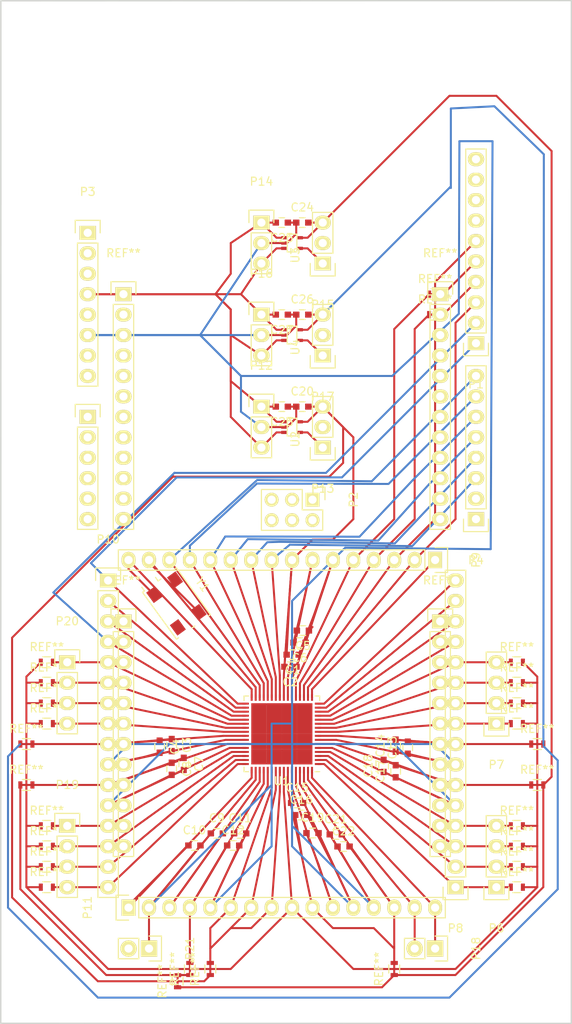
<source format=kicad_pcb>
(kicad_pcb (version 20171130) (host pcbnew "(5.1.12)-1")
  (layers (0 F.Cu signal) (31 B.Cu signal) (35 F.Paste user hide) (37 F.SilkS user hide) (39 F.Mask user hide) (44 Edge.Cuts user))
  (net 0 "")
  (net 1 _IO11)
  (net 2 IO12)
  (net 3 IO13)
  (net 4 AVSS)
  (net 5 AREF)
  (net 6 SDA)
  (net 7 SCL)
  (net 8 5V)
  (net 9 RESET)
  (net 10 IOREF)
  (net 11 3.3V)
  (net 12 VIN)
  (net 13 RX)
  (net 14 TX)
  (net 15 A0)
  (net 16 A1)
  (net 17 A2)
  (net 18 A3)
  (net 19 A4)
  (net 20 A5)
  (net 21 AUXAIN-)
  (net 22 AIN0-)
  (net 23 AIN1-)
  (net 24 AIN2-)
  (net 25 AIN3-)
  (net 26 AIN4-)
  (net 27 AIN5-)
  (net 28 AIN6-)
  (net 29 AIN7-)
  (net 30 AUXAIN+)
  (net 31 AIN0+)
  (net 32 AIN1+)
  (net 33 AIN2+)
  (net 34 AIN3+)
  (net 35 AIN4+)
  (net 36 AIN5+)
  (net 37 AIN6+)
  (net 38 AIN7+)
  (net 39 "Net-(C5-Pad2)")
  (net 40 AVDD)
  (net 41 "Net-(U2-Pad4)")
  (net 42 "Net-(U3-Pad4)")
  (net 43 "Net-(U4-Pad4)")
  (net 44 START)
  (net 45 ADC_RESET)
  (net 46 CS)
  (net 47 SCLK)
  (net 48 MCU_RESET)
  (net 49 DRDY)
  (net 50 DCLK)
  (net 51 DOUT0)
  (net 52 DOUT1)
  (net 53 DOUT2)
  (net 54 DOUT3)
  (net 55 CLK_SEL)
  (net 56 "Net-(P9-Pad7)")
  (net 57 "Net-(P11-Pad3)")
  (net 58 "Net-(P11-Pad11)")
  (net 59 GPIO0)
  (net 60 GPIO1)
  (net 61 GPIO2)
  (net 62 ALERT)
  (net 63 XTAL1)
  (net 64 XTAL2)
  (net 65 SYNC_OUT)
  (net 66 SYNC_IN)
  (net 67 REF_OUT)
  (net 68 VCM)
  (net 69 OUT_VREF)
  (net 70 "Net-(P13-Pad1)")
  (net 71 "Net-(P13-Pad2)")
  (net 72 "Net-(P15-Pad1)")
  (net 73 "Net-(P15-Pad2)")
  (net 74 "Net-(P17-Pad1)")
  (net 75 "Net-(P17-Pad2)")
  (net 76 "Net-(C9-Pad2)")
  (net 77 "Net-(C19-Pad1)")
  (net 78 MOSI)
  (net 79 MISO)
  (module Pin_Headers:Pin_Header_Straight_1x12 (layer F.Cu) (at 107.315 106.68)
    (fp_text reference REF** (at 0 -5.1) (layer F.SilkS))
    (fp_text value Pin_Header_Straight_1x12)
    (pad 1 thru_hole rect (at 0 0) (size 2.032 1.7272) (drill 1.016) (layers *.Cu *.Mask F.SilkS))
    (pad 2 thru_hole oval (at 0 2.54) (size 2.032 1.7272) (drill 1.016) (layers *.Cu *.Mask F.SilkS))
    (pad 3 thru_hole oval (at 0 5.08) (size 2.032 1.7272) (drill 1.016) (layers *.Cu *.Mask F.SilkS))
    (pad 4 thru_hole oval (at 0 7.62) (size 2.032 1.7272) (drill 1.016) (layers *.Cu *.Mask F.SilkS))
    (pad 5 thru_hole oval (at 0 10.16) (size 2.032 1.7272) (drill 1.016) (layers *.Cu *.Mask F.SilkS))
    (pad 6 thru_hole oval (at 0 12.7) (size 2.032 1.7272) (drill 1.016) (layers *.Cu *.Mask F.SilkS))
    (pad 7 thru_hole oval (at 0 15.24) (size 2.032 1.7272) (drill 1.016) (layers *.Cu *.Mask F.SilkS))
    (pad 8 thru_hole oval (at 0 17.78) (size 2.032 1.7272) (drill 1.016) (layers *.Cu *.Mask F.SilkS))
    (pad 9 thru_hole oval (at 0 20.32) (size 2.032 1.7272) (drill 1.016) (layers *.Cu *.Mask F.SilkS))
    (pad 10 thru_hole oval (at 0 22.86) (size 2.032 1.7272) (drill 1.016) (layers *.Cu *.Mask F.SilkS))
    (pad 11 thru_hole oval (at 0 25.4) (size 2.032 1.7272) (drill 1.016) (layers *.Cu *.Mask F.SilkS))
    (pad 12 thru_hole oval (at 0 27.94) (size 2.032 1.7272) (drill 1.016) (layers *.Cu *.Mask F.SilkS))
  )
  (module Pin_Headers:Pin_Header_Straight_1x12 (layer F.Cu) (at 67.945 106.68)
    (fp_text reference REF** (at 0 -5.1) (layer F.SilkS))
    (fp_text value Pin_Header_Straight_1x12)
    (pad 1 thru_hole rect (at 0 0) (size 2.032 1.7272) (drill 1.016) (layers *.Cu *.Mask F.SilkS))
    (pad 2 thru_hole oval (at 0 2.54) (size 2.032 1.7272) (drill 1.016) (layers *.Cu *.Mask F.SilkS))
    (pad 3 thru_hole oval (at 0 5.08) (size 2.032 1.7272) (drill 1.016) (layers *.Cu *.Mask F.SilkS))
    (pad 4 thru_hole oval (at 0 7.62) (size 2.032 1.7272) (drill 1.016) (layers *.Cu *.Mask F.SilkS))
    (pad 5 thru_hole oval (at 0 10.16) (size 2.032 1.7272) (drill 1.016) (layers *.Cu *.Mask F.SilkS))
    (pad 6 thru_hole oval (at 0 12.7) (size 2.032 1.7272) (drill 1.016) (layers *.Cu *.Mask F.SilkS))
    (pad 7 thru_hole oval (at 0 15.24) (size 2.032 1.7272) (drill 1.016) (layers *.Cu *.Mask F.SilkS))
    (pad 8 thru_hole oval (at 0 17.78) (size 2.032 1.7272) (drill 1.016) (layers *.Cu *.Mask F.SilkS))
    (pad 9 thru_hole oval (at 0 20.32) (size 2.032 1.7272) (drill 1.016) (layers *.Cu *.Mask F.SilkS))
    (pad 10 thru_hole oval (at 0 22.86) (size 2.032 1.7272) (drill 1.016) (layers *.Cu *.Mask F.SilkS))
    (pad 11 thru_hole oval (at 0 25.4) (size 2.032 1.7272) (drill 1.016) (layers *.Cu *.Mask F.SilkS))
    (pad 12 thru_hole oval (at 0 27.94) (size 2.032 1.7272) (drill 1.016) (layers *.Cu *.Mask F.SilkS))
  )
  (module Pin_Headers:Pin_Header_Straight_1x12 (layer F.Cu) (at 107.315 66.04)
    (fp_text reference REF** (at 0 -5.1) (layer F.SilkS))
    (fp_text value Pin_Header_Straight_1x12)
    (pad 1 thru_hole rect (at 0 0) (size 2.032 1.7272) (drill 1.016) (layers *.Cu *.Mask F.SilkS))
    (pad 2 thru_hole oval (at 0 2.54) (size 2.032 1.7272) (drill 1.016) (layers *.Cu *.Mask F.SilkS))
    (pad 3 thru_hole oval (at 0 5.08) (size 2.032 1.7272) (drill 1.016) (layers *.Cu *.Mask F.SilkS))
    (pad 4 thru_hole oval (at 0 7.62) (size 2.032 1.7272) (drill 1.016) (layers *.Cu *.Mask F.SilkS))
    (pad 5 thru_hole oval (at 0 10.16) (size 2.032 1.7272) (drill 1.016) (layers *.Cu *.Mask F.SilkS))
    (pad 6 thru_hole oval (at 0 12.7) (size 2.032 1.7272) (drill 1.016) (layers *.Cu *.Mask F.SilkS))
    (pad 7 thru_hole oval (at 0 15.24) (size 2.032 1.7272) (drill 1.016) (layers *.Cu *.Mask F.SilkS))
    (pad 8 thru_hole oval (at 0 17.78) (size 2.032 1.7272) (drill 1.016) (layers *.Cu *.Mask F.SilkS))
    (pad 9 thru_hole oval (at 0 20.32) (size 2.032 1.7272) (drill 1.016) (layers *.Cu *.Mask F.SilkS))
    (pad 10 thru_hole oval (at 0 22.86) (size 2.032 1.7272) (drill 1.016) (layers *.Cu *.Mask F.SilkS))
    (pad 11 thru_hole oval (at 0 25.4) (size 2.032 1.7272) (drill 1.016) (layers *.Cu *.Mask F.SilkS))
    (pad 12 thru_hole oval (at 0 27.94) (size 2.032 1.7272) (drill 1.016) (layers *.Cu *.Mask F.SilkS))
  )
  (module Resistors_SMD:R_0603 (layer F.Cu) (at 106.68 68.58)
    (fp_text reference REF** (at 0 -1.9) (layer F.SilkS))
    (fp_text value 0)
    (pad 1 smd rect (at -0.75 0) (size 0.5 0.9) (layers F.Cu F.Paste F.Mask))
    (pad 2 smd rect (at 0.75 0) (size 0.5 0.9) (layers F.Cu F.Paste F.Mask))
  )
  (module Resistors_SMD:R_0603 (layer F.Cu) (at 106.68 66.04)
    (fp_text reference REF** (at 0 -1.9) (layer F.SilkS))
    (fp_text value 0)
    (pad 1 smd rect (at -0.75 0) (size 0.5 0.9) (layers F.Cu F.Paste F.Mask))
    (pad 2 smd rect (at 0.75 0) (size 0.5 0.9) (layers F.Cu F.Paste F.Mask))
  )
  (module Resistors_SMD:R_0603 (layer F.Cu) (at 74.676 151.384 90)
    (fp_text reference REF** (at 0 -1.9 90) (layer F.SilkS))
    (fp_text value 0)
    (pad 1 smd rect (at -0.75 0 90) (size 0.5 0.9) (layers F.Cu F.Paste F.Mask))
    (pad 2 smd rect (at 0.75 0 90) (size 0.5 0.9) (layers F.Cu F.Paste F.Mask))
  )
  (module Pin_Headers:Pin_Header_Straight_1x02 (layer F.Cu) (at 71.12 147.32 270)
    (fp_text reference P21 (at 0 -5.1 270) (layer F.SilkS))
    (fp_text value GNDAIN)
    (pad 1 thru_hole rect (at 0 0 270) (size 2.032 2.032) (drill 1.016) (layers *.Cu *.Mask F.SilkS) (net 4 AVSS))
    (pad 2 thru_hole oval (at 0 2.54 270) (size 2.032 2.032) (drill 1.016) (layers *.Cu *.Mask F.SilkS) (net 4 AVSS))
  )
  (module Resistors_SMD:R_0603 (layer F.Cu) (at 55.88 121.92)
    (fp_text reference REF** (at 0 -1.9) (layer F.SilkS))
    (fp_text value 0)
    (pad 1 smd rect (at -0.75 0) (size 0.5 0.9) (layers F.Cu F.Paste F.Mask))
    (pad 2 smd rect (at 0.75 0) (size 0.5 0.9) (layers F.Cu F.Paste F.Mask))
  )
  (module Resistors_SMD:R_0603 (layer F.Cu) (at 119.38 121.92)
    (fp_text reference REF** (at 0 -1.9) (layer F.SilkS))
    (fp_text value 0)
    (pad 1 smd rect (at -0.75 0) (size 0.5 0.9) (layers F.Cu F.Paste F.Mask))
    (pad 2 smd rect (at 0.75 0) (size 0.5 0.9) (layers F.Cu F.Paste F.Mask))
  )
  (module Resistors_SMD:R_0603 (layer F.Cu) (at 119.38 127)
    (fp_text reference REF** (at 0 -1.9) (layer F.SilkS))
    (fp_text value 0)
    (pad 1 smd rect (at -0.75 0) (size 0.5 0.9) (layers F.Cu F.Paste F.Mask))
    (pad 2 smd rect (at 0.75 0) (size 0.5 0.9) (layers F.Cu F.Paste F.Mask))
  )
  (module Resistors_SMD:R_0603 (layer F.Cu) (at 55.88 127)
    (fp_text reference REF** (at 0 -1.9) (layer F.SilkS))
    (fp_text value 0)
    (pad 1 smd rect (at -0.75 0) (size 0.5 0.9) (layers F.Cu F.Paste F.Mask))
    (pad 2 smd rect (at 0.75 0) (size 0.5 0.9) (layers F.Cu F.Paste F.Mask))
  )
  (module Resistors_SMD:R_0603 (layer F.Cu) (at 101.6 149.86 90)
    (fp_text reference REF** (at 0 -1.9 90) (layer F.SilkS))
    (fp_text value 0)
    (pad 1 smd rect (at -0.75 0 90) (size 0.5 0.9) (layers F.Cu F.Paste F.Mask))
    (pad 2 smd rect (at 0.75 0 90) (size 0.5 0.9) (layers F.Cu F.Paste F.Mask))
  )
  (module Resistors_SMD:R_0603 (layer F.Cu) (at 78.74 149.86 90)
    (fp_text reference REF** (at 0 -1.9 90) (layer F.SilkS))
    (fp_text value 0)
    (pad 1 smd rect (at -0.75 0 90) (size 0.5 0.9) (layers F.Cu F.Paste F.Mask))
    (pad 2 smd rect (at 0.75 0 90) (size 0.5 0.9) (layers F.Cu F.Paste F.Mask))
  )
  (module Resistors_SMD:R_0603 (layer F.Cu) (at 116.84 111.76)
    (fp_text reference REF** (at 0 -1.9) (layer F.SilkS))
    (fp_text value 1k)
    (pad 1 smd rect (at -0.75 0) (size 0.5 0.9) (layers F.Cu F.Paste F.Mask))
    (pad 2 smd rect (at 0.75 0) (size 0.5 0.9) (layers F.Cu F.Paste F.Mask))
  )
  (module Resistors_SMD:R_0603 (layer F.Cu) (at 116.84 114.3)
    (fp_text reference REF** (at 0 -1.9) (layer F.SilkS))
    (fp_text value 1k)
    (pad 1 smd rect (at -0.75 0) (size 0.5 0.9) (layers F.Cu F.Paste F.Mask))
    (pad 2 smd rect (at 0.75 0) (size 0.5 0.9) (layers F.Cu F.Paste F.Mask))
  )
  (module Resistors_SMD:R_0603 (layer F.Cu) (at 116.84 116.84)
    (fp_text reference REF** (at 0 -1.9) (layer F.SilkS))
    (fp_text value 1k)
    (pad 1 smd rect (at -0.75 0) (size 0.5 0.9) (layers F.Cu F.Paste F.Mask))
    (pad 2 smd rect (at 0.75 0) (size 0.5 0.9) (layers F.Cu F.Paste F.Mask))
  )
  (module Resistors_SMD:R_0603 (layer F.Cu) (at 116.84 119.38)
    (fp_text reference REF** (at 0 -1.9) (layer F.SilkS))
    (fp_text value 1k)
    (pad 1 smd rect (at -0.75 0) (size 0.5 0.9) (layers F.Cu F.Paste F.Mask))
    (pad 2 smd rect (at 0.75 0) (size 0.5 0.9) (layers F.Cu F.Paste F.Mask))
  )
  (module Resistors_SMD:R_0603 (layer F.Cu) (at 116.84 132.08)
    (fp_text reference REF** (at 0 -1.9) (layer F.SilkS))
    (fp_text value 1k)
    (pad 1 smd rect (at -0.75 0) (size 0.5 0.9) (layers F.Cu F.Paste F.Mask))
    (pad 2 smd rect (at 0.75 0) (size 0.5 0.9) (layers F.Cu F.Paste F.Mask))
  )
  (module Resistors_SMD:R_0603 (layer F.Cu) (at 116.84 134.62)
    (fp_text reference REF** (at 0 -1.9) (layer F.SilkS))
    (fp_text value 1k)
    (pad 1 smd rect (at -0.75 0) (size 0.5 0.9) (layers F.Cu F.Paste F.Mask))
    (pad 2 smd rect (at 0.75 0) (size 0.5 0.9) (layers F.Cu F.Paste F.Mask))
  )
  (module Resistors_SMD:R_0603 (layer F.Cu) (at 116.84 137.16)
    (fp_text reference REF** (at 0 -1.9) (layer F.SilkS))
    (fp_text value 1k)
    (pad 1 smd rect (at -0.75 0) (size 0.5 0.9) (layers F.Cu F.Paste F.Mask))
    (pad 2 smd rect (at 0.75 0) (size 0.5 0.9) (layers F.Cu F.Paste F.Mask))
  )
  (module Resistors_SMD:R_0603 (layer F.Cu) (at 116.84 139.7)
    (fp_text reference REF** (at 0 -1.9) (layer F.SilkS))
    (fp_text value 1k)
    (pad 1 smd rect (at -0.75 0) (size 0.5 0.9) (layers F.Cu F.Paste F.Mask))
    (pad 2 smd rect (at 0.75 0) (size 0.5 0.9) (layers F.Cu F.Paste F.Mask))
  )
  (module Resistors_SMD:R_0603 (layer F.Cu) (at 58.42 111.76)
    (fp_text reference REF** (at 0 -1.9) (layer F.SilkS))
    (fp_text value 1k)
    (pad 1 smd rect (at -0.75 0) (size 0.5 0.9) (layers F.Cu F.Paste F.Mask))
    (pad 2 smd rect (at 0.75 0) (size 0.5 0.9) (layers F.Cu F.Paste F.Mask))
  )
  (module Resistors_SMD:R_0603 (layer F.Cu) (at 58.42 114.3)
    (fp_text reference REF** (at 0 -1.9) (layer F.SilkS))
    (fp_text value 1k)
    (pad 1 smd rect (at -0.75 0) (size 0.5 0.9) (layers F.Cu F.Paste F.Mask))
    (pad 2 smd rect (at 0.75 0) (size 0.5 0.9) (layers F.Cu F.Paste F.Mask))
  )
  (module Resistors_SMD:R_0603 (layer F.Cu) (at 58.42 116.84)
    (fp_text reference REF** (at 0 -1.9) (layer F.SilkS))
    (fp_text value 1k)
    (pad 1 smd rect (at -0.75 0) (size 0.5 0.9) (layers F.Cu F.Paste F.Mask))
    (pad 2 smd rect (at 0.75 0) (size 0.5 0.9) (layers F.Cu F.Paste F.Mask))
  )
  (module Resistors_SMD:R_0603 (layer F.Cu) (at 58.42 119.38)
    (fp_text reference REF** (at 0 -1.9) (layer F.SilkS))
    (fp_text value 1k)
    (pad 1 smd rect (at -0.75 0) (size 0.5 0.9) (layers F.Cu F.Paste F.Mask))
    (pad 2 smd rect (at 0.75 0) (size 0.5 0.9) (layers F.Cu F.Paste F.Mask))
  )
  (module Resistors_SMD:R_0603 (layer F.Cu) (at 58.42 132.08)
    (fp_text reference REF** (at 0 -1.9) (layer F.SilkS))
    (fp_text value 1k)
    (pad 1 smd rect (at -0.75 0) (size 0.5 0.9) (layers F.Cu F.Paste F.Mask))
    (pad 2 smd rect (at 0.75 0) (size 0.5 0.9) (layers F.Cu F.Paste F.Mask))
  )
  (module Resistors_SMD:R_0603 (layer F.Cu) (at 58.42 134.62)
    (fp_text reference REF** (at 0 -1.9) (layer F.SilkS))
    (fp_text value 1k)
    (pad 1 smd rect (at -0.75 0) (size 0.5 0.9) (layers F.Cu F.Paste F.Mask))
    (pad 2 smd rect (at 0.75 0) (size 0.5 0.9) (layers F.Cu F.Paste F.Mask))
  )
  (module Resistors_SMD:R_0603 (layer F.Cu) (at 58.42 137.16)
    (fp_text reference REF** (at 0 -1.9) (layer F.SilkS))
    (fp_text value 1k)
    (pad 1 smd rect (at -0.75 0) (size 0.5 0.9) (layers F.Cu F.Paste F.Mask))
    (pad 2 smd rect (at 0.75 0) (size 0.5 0.9) (layers F.Cu F.Paste F.Mask))
  )
  (module Pin_Headers:Pin_Header_Straight_1x04 (layer F.Cu) (at 60.96 111.76)
    (fp_text reference P20 (at 0 -5.1) (layer F.SilkS))
    (fp_text value AIN67)
    (pad 1 thru_hole rect (at 0 0) (size 2.032 1.7272) (drill 1.016) (layers *.Cu *.Mask F.SilkS) (net 38 AIN7+))
    (pad 2 thru_hole oval (at 0 2.54) (size 2.032 1.7272) (drill 1.016) (layers *.Cu *.Mask F.SilkS) (net 29 AIN7-))
    (pad 3 thru_hole oval (at 0 5.08) (size 2.032 1.7272) (drill 1.016) (layers *.Cu *.Mask F.SilkS) (net 37 AIN6+))
    (pad 4 thru_hole oval (at 0 7.62) (size 2.032 1.7272) (drill 1.016) (layers *.Cu *.Mask F.SilkS) (net 28 AIN6-))
  )
  (module Pin_Headers:Pin_Header_Straight_1x04 (layer F.Cu) (at 60.96 132.08)
    (fp_text reference P19 (at 0 -5.1) (layer F.SilkS))
    (fp_text value AIN45)
    (pad 1 thru_hole rect (at 0 0) (size 2.032 1.7272) (drill 1.016) (layers *.Cu *.Mask F.SilkS) (net 36 AIN5+))
    (pad 2 thru_hole oval (at 0 2.54) (size 2.032 1.7272) (drill 1.016) (layers *.Cu *.Mask F.SilkS) (net 27 AIN5-))
    (pad 3 thru_hole oval (at 0 5.08) (size 2.032 1.7272) (drill 1.016) (layers *.Cu *.Mask F.SilkS) (net 35 AIN4+))
    (pad 4 thru_hole oval (at 0 7.62) (size 2.032 1.7272) (drill 1.016) (layers *.Cu *.Mask F.SilkS) (net 26 AIN4-))
  )
  (module Pin_Headers:Pin_Header_Straight_1x04 (layer F.Cu) (at 114.3 139.7 180)
    (fp_text reference P6 (at 0 -5.1 180) (layer F.SilkS))
    (fp_text value AIN01)
    (pad 1 thru_hole rect (at 0 0 180) (size 2.032 1.7272) (drill 1.016) (layers *.Cu *.Mask F.SilkS) (net 22 AIN0-))
    (pad 2 thru_hole oval (at 0 2.54 180) (size 2.032 1.7272) (drill 1.016) (layers *.Cu *.Mask F.SilkS) (net 31 AIN0+))
    (pad 3 thru_hole oval (at 0 5.08 180) (size 2.032 1.7272) (drill 1.016) (layers *.Cu *.Mask F.SilkS) (net 23 AIN1-))
    (pad 4 thru_hole oval (at 0 7.62 180) (size 2.032 1.7272) (drill 1.016) (layers *.Cu *.Mask F.SilkS) (net 32 AIN1+))
  )
  (module LFCSP-64-1EP_9x9mm_Pitch0.5mm (layer F.Cu) (at 87.63 120.65 180)
    (fp_text reference U1 (at 0 -5.875 180) (layer F.SilkS))
    (fp_text value AD7779)
    (pad 1 smd rect (at -4.5 -3.75 180) (size 0.8 0.25) (layers F.Cu F.Paste F.Mask) (net 22 AIN0-))
    (pad 2 smd rect (at -4.5 -3.25 180) (size 0.8 0.25) (layers F.Cu F.Paste F.Mask) (net 31 AIN0+))
    (pad 3 smd rect (at -4.5 -2.75 180) (size 0.8 0.25) (layers F.Cu F.Paste F.Mask) (net 23 AIN1-))
    (pad 4 smd rect (at -4.5 -2.25 180) (size 0.8 0.25) (layers F.Cu F.Paste F.Mask) (net 32 AIN1+))
    (pad 5 smd rect (at -4.5 -1.75 180) (size 0.8 0.25) (layers F.Cu F.Paste F.Mask) (net 4 AVSS))
    (pad 6 smd rect (at -4.5 -1.25 180) (size 0.8 0.25) (layers F.Cu F.Paste F.Mask) (net 40 AVDD))
    (pad 7 smd rect (at -4.5 -0.75 180) (size 0.8 0.25) (layers F.Cu F.Paste F.Mask) (net 4 AVSS))
    (pad 8 smd rect (at -4.5 -0.25 180) (size 0.8 0.25) (layers F.Cu F.Paste F.Mask) (net 69 OUT_VREF))
    (pad 9 smd rect (at -4.5 0.25 180) (size 0.8 0.25) (layers F.Cu F.Paste F.Mask) (net 24 AIN2-))
    (pad 10 smd rect (at -4.5 0.75 180) (size 0.8 0.25) (layers F.Cu F.Paste F.Mask) (net 33 AIN2+))
    (pad 11 smd rect (at -4.5 1.25 180) (size 0.8 0.25) (layers F.Cu F.Paste F.Mask) (net 25 AIN3-))
    (pad 12 smd rect (at -4.5 1.75 180) (size 0.8 0.25) (layers F.Cu F.Paste F.Mask) (net 34 AIN3+))
    (pad 13 smd rect (at -4.5 2.25 180) (size 0.8 0.25) (layers F.Cu F.Paste F.Mask) (net 59 GPIO0))
    (pad 14 smd rect (at -4.5 2.75 180) (size 0.8 0.25) (layers F.Cu F.Paste F.Mask) (net 60 GPIO1))
    (pad 15 smd rect (at -4.5 3.25 180) (size 0.8 0.25) (layers F.Cu F.Paste F.Mask) (net 61 GPIO2))
    (pad 16 smd rect (at -4.5 3.75 180) (size 0.8 0.25) (layers F.Cu F.Paste F.Mask) (net 62 ALERT))
    (pad 17 smd rect (at -3.75 4.5 270) (size 0.8 0.25) (layers F.Cu F.Paste F.Mask) (net 55 CLK_SEL))
    (pad 18 smd rect (at -3.25 4.5 270) (size 0.8 0.25) (layers F.Cu F.Paste F.Mask) (net 46 CS))
    (pad 19 smd rect (at -2.75 4.5 270) (size 0.8 0.25) (layers F.Cu F.Paste F.Mask) (net 47 SCLK))
    (pad 20 smd rect (at -2.25 4.5 270) (size 0.8 0.25) (layers F.Cu F.Paste F.Mask) (net 78 MOSI))
    (pad 21 smd rect (at -1.75 4.5 270) (size 0.8 0.25) (layers F.Cu F.Paste F.Mask) (net 79 MISO))
    (pad 22 smd rect (at -1.25 4.5 270) (size 0.8 0.25) (layers F.Cu F.Paste F.Mask) (net 4 AVSS))
    (pad 23 smd rect (at -0.75 4.5 270) (size 0.8 0.25) (layers F.Cu F.Paste F.Mask) (net 39 "Net-(C5-Pad2)"))
    (pad 24 smd rect (at -0.25 4.5 270) (size 0.8 0.25) (layers F.Cu F.Paste F.Mask) (net 55 CLK_SEL))
    (pad 25 smd rect (at 0.25 4.5 270) (size 0.8 0.25) (layers F.Cu F.Paste F.Mask) (net 54 DOUT3))
    (pad 26 smd rect (at 0.75 4.5 270) (size 0.8 0.25) (layers F.Cu F.Paste F.Mask) (net 53 DOUT2))
    (pad 27 smd rect (at 1.25 4.5 270) (size 0.8 0.25) (layers F.Cu F.Paste F.Mask) (net 52 DOUT1))
    (pad 28 smd rect (at 1.75 4.5 270) (size 0.8 0.25) (layers F.Cu F.Paste F.Mask) (net 51 DOUT0))
    (pad 29 smd rect (at 2.25 4.5 270) (size 0.8 0.25) (layers F.Cu F.Paste F.Mask) (net 50 DCLK))
    (pad 30 smd rect (at 2.75 4.5 270) (size 0.8 0.25) (layers F.Cu F.Paste F.Mask) (net 49 DRDY))
    (pad 31 smd rect (at 3.25 4.5 270) (size 0.8 0.25) (layers F.Cu F.Paste F.Mask) (net 63 XTAL1))
    (pad 32 smd rect (at 3.75 4.5 270) (size 0.8 0.25) (layers F.Cu F.Paste F.Mask) (net 64 XTAL2))
    (pad 33 smd rect (at 4.5 3.75 180) (size 0.8 0.25) (layers F.Cu F.Paste F.Mask) (net 44 START))
    (pad 34 smd rect (at 4.5 3.25 180) (size 0.8 0.25) (layers F.Cu F.Paste F.Mask) (net 65 SYNC_OUT))
    (pad 35 smd rect (at 4.5 2.75 180) (size 0.8 0.25) (layers F.Cu F.Paste F.Mask) (net 66 SYNC_IN))
    (pad 36 smd rect (at 4.5 2.25 180) (size 0.8 0.25) (layers F.Cu F.Paste F.Mask) (net 45 ADC_RESET))
    (pad 37 smd rect (at 4.5 1.75 180) (size 0.8 0.25) (layers F.Cu F.Paste F.Mask) (net 38 AIN7+))
    (pad 38 smd rect (at 4.5 1.25 180) (size 0.8 0.25) (layers F.Cu F.Paste F.Mask) (net 29 AIN7-))
    (pad 39 smd rect (at 4.5 0.75 180) (size 0.8 0.25) (layers F.Cu F.Paste F.Mask) (net 37 AIN6+))
    (pad 40 smd rect (at 4.5 0.25 180) (size 0.8 0.25) (layers F.Cu F.Paste F.Mask) (net 28 AIN6-))
    (pad 41 smd rect (at 4.5 -0.25 180) (size 0.8 0.25) (layers F.Cu F.Paste F.Mask) (net 69 OUT_VREF))
    (pad 42 smd rect (at 4.5 -0.75 180) (size 0.8 0.25) (layers F.Cu F.Paste F.Mask) (net 4 AVSS))
    (pad 43 smd rect (at 4.5 -1.25 180) (size 0.8 0.25) (layers F.Cu F.Paste F.Mask) (net 40 AVDD))
    (pad 44 smd rect (at 4.5 -1.75 180) (size 0.8 0.25) (layers F.Cu F.Paste F.Mask) (net 4 AVSS))
    (pad 45 smd rect (at 4.5 -2.25 180) (size 0.8 0.25) (layers F.Cu F.Paste F.Mask) (net 36 AIN5+))
    (pad 46 smd rect (at 4.5 -2.75 180) (size 0.8 0.25) (layers F.Cu F.Paste F.Mask) (net 27 AIN5-))
    (pad 47 smd rect (at 4.5 -3.25 180) (size 0.8 0.25) (layers F.Cu F.Paste F.Mask) (net 35 AIN4+))
    (pad 48 smd rect (at 4.5 -3.75 180) (size 0.8 0.25) (layers F.Cu F.Paste F.Mask) (net 26 AIN4-))
    (pad 49 smd rect (at 3.75 -4.5 270) (size 0.8 0.25) (layers F.Cu F.Paste F.Mask) (net 67 REF_OUT))
    (pad 50 smd rect (at 3.25 -4.5 270) (size 0.8 0.25) (layers F.Cu F.Paste F.Mask) (net 4 AVSS))
    (pad 51 smd rect (at 2.75 -4.5 270) (size 0.8 0.25) (layers F.Cu F.Paste F.Mask) (net 76 "Net-(C9-Pad2)"))
    (pad 52 smd rect (at 2.25 -4.5 270) (size 0.8 0.25) (layers F.Cu F.Paste F.Mask) (net 40 AVDD))
    (pad 53 smd rect (at 1.75 -4.5 270) (size 0.8 0.25) (layers F.Cu F.Paste F.Mask) (net 4 AVSS))
    (pad 54 smd rect (at 1.25 -4.5 270) (size 0.8 0.25) (layers F.Cu F.Paste F.Mask) (net 55 CLK_SEL))
    (pad 55 smd rect (at 0.75 -4.5 270) (size 0.8 0.25) (layers F.Cu F.Paste F.Mask) (net 55 CLK_SEL))
    (pad 56 smd rect (at 0.25 -4.5 270) (size 0.8 0.25) (layers F.Cu F.Paste F.Mask) (net 55 CLK_SEL))
    (pad 57 smd rect (at -0.25 -4.5 270) (size 0.8 0.25) (layers F.Cu F.Paste F.Mask) (net 68 VCM))
    (pad 58 smd rect (at -0.75 -4.5 270) (size 0.8 0.25) (layers F.Cu F.Paste F.Mask) (net 40 AVDD))
    (pad 59 smd rect (at -1.25 -4.5 270) (size 0.8 0.25) (layers F.Cu F.Paste F.Mask) (net 77 "Net-(C19-Pad1)"))
    (pad 60 smd rect (at -1.75 -4.5 270) (size 0.8 0.25) (layers F.Cu F.Paste F.Mask) (net 4 AVSS))
    (pad 61 smd rect (at -2.25 -4.5 270) (size 0.8 0.25) (layers F.Cu F.Paste F.Mask) (net 4 AVSS))
    (pad 62 smd rect (at -2.75 -4.5 270) (size 0.8 0.25) (layers F.Cu F.Paste F.Mask) (net 40 AVDD))
    (pad 63 smd rect (at -3.25 -4.5 270) (size 0.8 0.25) (layers F.Cu F.Paste F.Mask) (net 30 AUXAIN+))
    (pad 64 smd rect (at -3.75 -4.5 270) (size 0.8 0.25) (layers F.Cu F.Paste F.Mask) (net 21 AUXAIN-))
    (pad 65 smd rect (at 2.85 2.85 180) (size 1.9 1.9) (layers F.Cu F.Paste F.Mask) (net 4 AVSS))
    (pad 65 smd rect (at 2.85 0.95 180) (size 1.9 1.9) (layers F.Cu F.Paste F.Mask) (net 4 AVSS))
    (pad 65 smd rect (at 2.85 -0.95 180) (size 1.9 1.9) (layers F.Cu F.Paste F.Mask) (net 4 AVSS))
    (pad 65 smd rect (at 2.85 -2.85 180) (size 1.9 1.9) (layers F.Cu F.Paste F.Mask) (net 4 AVSS))
    (pad 65 smd rect (at 0.95 2.85 180) (size 1.9 1.9) (layers F.Cu F.Paste F.Mask) (net 4 AVSS))
    (pad 65 smd rect (at 0.95 0.95 180) (size 1.9 1.9) (layers F.Cu F.Paste F.Mask) (net 4 AVSS))
    (pad 65 smd rect (at 0.95 -0.95 180) (size 1.9 1.9) (layers F.Cu F.Paste F.Mask) (net 4 AVSS))
    (pad 65 smd rect (at 0.95 -2.85 180) (size 1.9 1.9) (layers F.Cu F.Paste F.Mask) (net 4 AVSS))
    (pad 65 smd rect (at -0.95 2.85 180) (size 1.9 1.9) (layers F.Cu F.Paste F.Mask) (net 4 AVSS))
    (pad 65 smd rect (at -0.95 0.95 180) (size 1.9 1.9) (layers F.Cu F.Paste F.Mask) (net 4 AVSS))
    (pad 65 smd rect (at -0.95 -0.95 180) (size 1.9 1.9) (layers F.Cu F.Paste F.Mask) (net 4 AVSS))
    (pad 65 smd rect (at -0.95 -2.85 180) (size 1.9 1.9) (layers F.Cu F.Paste F.Mask) (net 4 AVSS))
    (pad 65 smd rect (at -2.85 2.85 180) (size 1.9 1.9) (layers F.Cu F.Paste F.Mask) (net 4 AVSS))
    (pad 65 smd rect (at -2.85 0.95 180) (size 1.9 1.9) (layers F.Cu F.Paste F.Mask) (net 4 AVSS))
    (pad 65 smd rect (at -2.85 -0.95 180) (size 1.9 1.9) (layers F.Cu F.Paste F.Mask) (net 4 AVSS))
    (pad 65 smd rect (at -2.85 -2.85 180) (size 1.9 1.9) (layers F.Cu F.Paste F.Mask) (net 4 AVSS))
  )
  (module Pin_Headers:Pin_Header_Straight_1x03 (layer F.Cu) (at 92.71 73.66 180)
    (fp_text reference P17 (at 0 -5.1 180) (layer F.SilkS))
    (fp_text value CONN_01X03)
    (pad 1 thru_hole rect (at 0 0 180) (size 2.032 1.7272) (drill 1.016) (layers *.Cu *.Mask F.SilkS) (net 74 "Net-(P17-Pad1)"))
    (pad 2 thru_hole oval (at 0 2.54 180) (size 2.032 1.7272) (drill 1.016) (layers *.Cu *.Mask F.SilkS) (net 75 "Net-(P17-Pad2)"))
    (pad 3 thru_hole oval (at 0 5.08 180) (size 2.032 1.7272) (drill 1.016) (layers *.Cu *.Mask F.SilkS) (net 69 OUT_VREF))
  )
  (module Pin_Headers:Pin_Header_Straight_1x03 (layer F.Cu) (at 85.09 68.58)
    (fp_text reference P16 (at 0 -5.1) (layer F.SilkS))
    (fp_text value CONN_01X03)
    (pad 1 thru_hole rect (at 0 0) (size 2.032 1.7272) (drill 1.016) (layers *.Cu *.Mask F.SilkS) (net 11 3.3V))
    (pad 2 thru_hole oval (at 0 2.54) (size 2.032 1.7272) (drill 1.016) (layers *.Cu *.Mask F.SilkS) (net 4 AVSS))
    (pad 3 thru_hole oval (at 0 5.08) (size 2.032 1.7272) (drill 1.016) (layers *.Cu *.Mask F.SilkS) (net 11 3.3V))
  )
  (module Pin_Headers:Pin_Header_Straight_1x03 (layer F.Cu) (at 92.71 62.23 180)
    (fp_text reference P15 (at 0 -5.1 180) (layer F.SilkS))
    (fp_text value CONN_01X03)
    (pad 1 thru_hole rect (at 0 0 180) (size 2.032 1.7272) (drill 1.016) (layers *.Cu *.Mask F.SilkS) (net 72 "Net-(P15-Pad1)"))
    (pad 2 thru_hole oval (at 0 2.54 180) (size 2.032 1.7272) (drill 1.016) (layers *.Cu *.Mask F.SilkS) (net 73 "Net-(P15-Pad2)"))
    (pad 3 thru_hole oval (at 0 5.08 180) (size 2.032 1.7272) (drill 1.016) (layers *.Cu *.Mask F.SilkS) (net 40 AVDD))
  )
  (module Pin_Headers:Pin_Header_Straight_1x03 (layer F.Cu) (at 85.09 57.15)
    (fp_text reference P14 (at 0 -5.1) (layer F.SilkS))
    (fp_text value CONN_01X03)
    (pad 1 thru_hole rect (at 0 0) (size 2.032 1.7272) (drill 1.016) (layers *.Cu *.Mask F.SilkS) (net 11 3.3V))
    (pad 2 thru_hole oval (at 0 2.54) (size 2.032 1.7272) (drill 1.016) (layers *.Cu *.Mask F.SilkS) (net 4 AVSS))
    (pad 3 thru_hole oval (at 0 5.08) (size 2.032 1.7272) (drill 1.016) (layers *.Cu *.Mask F.SilkS) (net 11 3.3V))
  )
  (module Pin_Headers:Pin_Header_Straight_1x03 (layer F.Cu) (at 92.71 85.09 180)
    (fp_text reference P13 (at 0 -5.1 180) (layer F.SilkS))
    (fp_text value CONN_01X03)
    (pad 1 thru_hole rect (at 0 0 180) (size 2.032 1.7272) (drill 1.016) (layers *.Cu *.Mask F.SilkS) (net 70 "Net-(P13-Pad1)"))
    (pad 2 thru_hole oval (at 0 2.54 180) (size 2.032 1.7272) (drill 1.016) (layers *.Cu *.Mask F.SilkS) (net 71 "Net-(P13-Pad2)"))
    (pad 3 thru_hole oval (at 0 5.08 180) (size 2.032 1.7272) (drill 1.016) (layers *.Cu *.Mask F.SilkS) (net 55 CLK_SEL))
  )
  (module Pin_Headers:Pin_Header_Straight_1x16 (layer F.Cu) (at 68.58 142.24 90)
    (fp_text reference P11 (at 0 -5.1 90) (layer F.SilkS))
    (fp_text value CONN_01X16)
    (pad 1 thru_hole rect (at 0 0 90) (size 2.032 1.7272) (drill 1.016) (layers *.Cu *.Mask F.SilkS) (net 67 REF_OUT))
    (pad 2 thru_hole oval (at 0 2.54 90) (size 2.032 1.7272) (drill 1.016) (layers *.Cu *.Mask F.SilkS) (net 4 AVSS))
    (pad 3 thru_hole oval (at 0 5.08 90) (size 2.032 1.7272) (drill 1.016) (layers *.Cu *.Mask F.SilkS) (net 57 "Net-(P11-Pad3)"))
    (pad 4 thru_hole oval (at 0 7.62 90) (size 2.032 1.7272) (drill 1.016) (layers *.Cu *.Mask F.SilkS) (net 40 AVDD))
    (pad 5 thru_hole oval (at 0 10.16 90) (size 2.032 1.7272) (drill 1.016) (layers *.Cu *.Mask F.SilkS) (net 4 AVSS))
    (pad 6 thru_hole oval (at 0 12.7 90) (size 2.032 1.7272) (drill 1.016) (layers *.Cu *.Mask F.SilkS) (net 55 CLK_SEL))
    (pad 7 thru_hole oval (at 0 15.24 90) (size 2.032 1.7272) (drill 1.016) (layers *.Cu *.Mask F.SilkS) (net 55 CLK_SEL))
    (pad 8 thru_hole oval (at 0 17.78 90) (size 2.032 1.7272) (drill 1.016) (layers *.Cu *.Mask F.SilkS) (net 55 CLK_SEL))
    (pad 9 thru_hole oval (at 0 20.32 90) (size 2.032 1.7272) (drill 1.016) (layers *.Cu *.Mask F.SilkS) (net 68 VCM))
    (pad 10 thru_hole oval (at 0 22.86 90) (size 2.032 1.7272) (drill 1.016) (layers *.Cu *.Mask F.SilkS) (net 40 AVDD))
    (pad 11 thru_hole oval (at 0 25.4 90) (size 2.032 1.7272) (drill 1.016) (layers *.Cu *.Mask F.SilkS) (net 58 "Net-(P11-Pad11)"))
    (pad 12 thru_hole oval (at 0 27.94 90) (size 2.032 1.7272) (drill 1.016) (layers *.Cu *.Mask F.SilkS) (net 4 AVSS))
    (pad 13 thru_hole oval (at 0 30.48 90) (size 2.032 1.7272) (drill 1.016) (layers *.Cu *.Mask F.SilkS) (net 4 AVSS))
    (pad 14 thru_hole oval (at 0 33.02 90) (size 2.032 1.7272) (drill 1.016) (layers *.Cu *.Mask F.SilkS) (net 40 AVDD))
    (pad 15 thru_hole oval (at 0 35.56 90) (size 2.032 1.7272) (drill 1.016) (layers *.Cu *.Mask F.SilkS) (net 30 AUXAIN+))
    (pad 16 thru_hole oval (at 0 38.1 90) (size 2.032 1.7272) (drill 1.016) (layers *.Cu *.Mask F.SilkS) (net 21 AUXAIN-))
  )
  (module Pin_Headers:Pin_Header_Straight_1x16 (layer F.Cu) (at 66.04 101.6)
    (fp_text reference P10 (at 0 -5.1) (layer F.SilkS))
    (fp_text value CONN_01X16)
    (pad 1 thru_hole rect (at 0 0) (size 2.032 1.7272) (drill 1.016) (layers *.Cu *.Mask F.SilkS) (net 44 START))
    (pad 2 thru_hole oval (at 0 2.54) (size 2.032 1.7272) (drill 1.016) (layers *.Cu *.Mask F.SilkS) (net 65 SYNC_OUT))
    (pad 3 thru_hole oval (at 0 5.08) (size 2.032 1.7272) (drill 1.016) (layers *.Cu *.Mask F.SilkS) (net 66 SYNC_IN))
    (pad 4 thru_hole oval (at 0 7.62) (size 2.032 1.7272) (drill 1.016) (layers *.Cu *.Mask F.SilkS) (net 45 ADC_RESET))
    (pad 5 thru_hole oval (at 0 10.16) (size 2.032 1.7272) (drill 1.016) (layers *.Cu *.Mask F.SilkS) (net 38 AIN7+))
    (pad 6 thru_hole oval (at 0 12.7) (size 2.032 1.7272) (drill 1.016) (layers *.Cu *.Mask F.SilkS) (net 29 AIN7-))
    (pad 7 thru_hole oval (at 0 15.24) (size 2.032 1.7272) (drill 1.016) (layers *.Cu *.Mask F.SilkS) (net 37 AIN6+))
    (pad 8 thru_hole oval (at 0 17.78) (size 2.032 1.7272) (drill 1.016) (layers *.Cu *.Mask F.SilkS) (net 28 AIN6-))
    (pad 9 thru_hole oval (at 0 20.32) (size 2.032 1.7272) (drill 1.016) (layers *.Cu *.Mask F.SilkS) (net 69 OUT_VREF))
    (pad 10 thru_hole oval (at 0 22.86) (size 2.032 1.7272) (drill 1.016) (layers *.Cu *.Mask F.SilkS) (net 4 AVSS))
    (pad 11 thru_hole oval (at 0 25.4) (size 2.032 1.7272) (drill 1.016) (layers *.Cu *.Mask F.SilkS) (net 40 AVDD))
    (pad 12 thru_hole oval (at 0 27.94) (size 2.032 1.7272) (drill 1.016) (layers *.Cu *.Mask F.SilkS) (net 4 AVSS))
    (pad 13 thru_hole oval (at 0 30.48) (size 2.032 1.7272) (drill 1.016) (layers *.Cu *.Mask F.SilkS) (net 36 AIN5+))
    (pad 14 thru_hole oval (at 0 33.02) (size 2.032 1.7272) (drill 1.016) (layers *.Cu *.Mask F.SilkS) (net 27 AIN5-))
    (pad 15 thru_hole oval (at 0 35.56) (size 2.032 1.7272) (drill 1.016) (layers *.Cu *.Mask F.SilkS) (net 35 AIN4+))
    (pad 16 thru_hole oval (at 0 38.1) (size 2.032 1.7272) (drill 1.016) (layers *.Cu *.Mask F.SilkS) (net 26 AIN4-))
  )
  (module Pin_Headers:Pin_Header_Straight_1x16 (layer F.Cu) (at 106.68 99.06 270)
    (fp_text reference P9 (at 0 -5.1 270) (layer F.SilkS))
    (fp_text value CONN_01X16)
    (pad 1 thru_hole rect (at 0 0 270) (size 2.032 1.7272) (drill 1.016) (layers *.Cu *.Mask F.SilkS) (net 55 CLK_SEL))
    (pad 2 thru_hole oval (at 0 2.54 270) (size 2.032 1.7272) (drill 1.016) (layers *.Cu *.Mask F.SilkS) (net 46 CS))
    (pad 3 thru_hole oval (at 0 5.08 270) (size 2.032 1.7272) (drill 1.016) (layers *.Cu *.Mask F.SilkS) (net 47 SCLK))
    (pad 4 thru_hole oval (at 0 7.62 270) (size 2.032 1.7272) (drill 1.016) (layers *.Cu *.Mask F.SilkS) (net 78 MOSI))
    (pad 5 thru_hole oval (at 0 10.16 270) (size 2.032 1.7272) (drill 1.016) (layers *.Cu *.Mask F.SilkS) (net 79 MISO))
    (pad 6 thru_hole oval (at 0 12.7 270) (size 2.032 1.7272) (drill 1.016) (layers *.Cu *.Mask F.SilkS) (net 4 AVSS))
    (pad 7 thru_hole oval (at 0 15.24 270) (size 2.032 1.7272) (drill 1.016) (layers *.Cu *.Mask F.SilkS) (net 56 "Net-(P9-Pad7)"))
    (pad 8 thru_hole oval (at 0 17.78 270) (size 2.032 1.7272) (drill 1.016) (layers *.Cu *.Mask F.SilkS) (net 55 CLK_SEL))
    (pad 9 thru_hole oval (at 0 20.32 270) (size 2.032 1.7272) (drill 1.016) (layers *.Cu *.Mask F.SilkS) (net 54 DOUT3))
    (pad 10 thru_hole oval (at 0 22.86 270) (size 2.032 1.7272) (drill 1.016) (layers *.Cu *.Mask F.SilkS) (net 53 DOUT2))
    (pad 11 thru_hole oval (at 0 25.4 270) (size 2.032 1.7272) (drill 1.016) (layers *.Cu *.Mask F.SilkS) (net 52 DOUT1))
    (pad 12 thru_hole oval (at 0 27.94 270) (size 2.032 1.7272) (drill 1.016) (layers *.Cu *.Mask F.SilkS) (net 51 DOUT0))
    (pad 13 thru_hole oval (at 0 30.48 270) (size 2.032 1.7272) (drill 1.016) (layers *.Cu *.Mask F.SilkS) (net 50 DCLK))
    (pad 14 thru_hole oval (at 0 33.02 270) (size 2.032 1.7272) (drill 1.016) (layers *.Cu *.Mask F.SilkS) (net 49 DRDY))
    (pad 15 thru_hole oval (at 0 35.56 270) (size 2.032 1.7272) (drill 1.016) (layers *.Cu *.Mask F.SilkS) (net 63 XTAL1))
    (pad 16 thru_hole oval (at 0 38.1 270) (size 2.032 1.7272) (drill 1.016) (layers *.Cu *.Mask F.SilkS) (net 64 XTAL2))
  )
  (module TO_SOT_Packages_SMD:SC-70-5 (layer F.Cu) (at 88.9 82.55 270)
    (fp_text reference U2 (at 1.5 -0.4 270) (layer F.SilkS))
    (fp_text value LP5907QMFX-3.3Q1)
    (pad 1 smd rect (at -0.6604 1.016 270) (size 0.4064 0.6604) (layers F.Cu F.Paste F.Mask) (net 11 3.3V))
    (pad 3 smd rect (at 0.6604 1.016 270) (size 0.4064 0.6604) (layers F.Cu F.Paste F.Mask) (net 11 3.3V))
    (pad 2 smd rect (at 0 1.016 270) (size 0.4064 0.6604) (layers F.Cu F.Paste F.Mask) (net 4 AVSS))
    (pad 4 smd rect (at 0.6604 -1.016 270) (size 0.4064 0.6604) (layers F.Cu F.Paste F.Mask) (net 41 "Net-(U2-Pad4)"))
    (pad 5 smd rect (at -0.6604 -1.016 270) (size 0.4064 0.6604) (layers F.Cu F.Paste F.Mask) (net 55 CLK_SEL))
  )
  (module TO_SOT_Packages_SMD:SC-70-5 (layer F.Cu) (at 88.9 59.69 270)
    (fp_text reference U3 (at 1.5 -0.4 270) (layer F.SilkS))
    (fp_text value LP5907QMFX-3.3Q1)
    (pad 1 smd rect (at -0.6604 1.016 270) (size 0.4064 0.6604) (layers F.Cu F.Paste F.Mask) (net 11 3.3V))
    (pad 3 smd rect (at 0.6604 1.016 270) (size 0.4064 0.6604) (layers F.Cu F.Paste F.Mask) (net 11 3.3V))
    (pad 2 smd rect (at 0 1.016 270) (size 0.4064 0.6604) (layers F.Cu F.Paste F.Mask) (net 4 AVSS))
    (pad 4 smd rect (at 0.6604 -1.016 270) (size 0.4064 0.6604) (layers F.Cu F.Paste F.Mask) (net 42 "Net-(U3-Pad4)"))
    (pad 5 smd rect (at -0.6604 -1.016 270) (size 0.4064 0.6604) (layers F.Cu F.Paste F.Mask) (net 40 AVDD))
  )
  (module Pin_Headers:Pin_Header_Straight_1x10 (layer F.Cu) (at 111.76 72.136 180)
    (fp_text reference P1 (at 0 -5.1 180) (layer F.SilkS))
    (fp_text value "DIGITAL(_PWM)")
    (pad 1 thru_hole rect (at 0 0 180) (size 2.032 1.7272) (drill 1.016) (layers *.Cu *.Mask F.SilkS) (net 44 START))
    (pad 2 thru_hole oval (at 0 2.54 180) (size 2.032 1.7272) (drill 1.016) (layers *.Cu *.Mask F.SilkS) (net 45 ADC_RESET))
    (pad 3 thru_hole oval (at 0 5.08 180) (size 2.032 1.7272) (drill 1.016) (layers *.Cu *.Mask F.SilkS) (net 46 CS))
    (pad 4 thru_hole oval (at 0 7.62 180) (size 2.032 1.7272) (drill 1.016) (layers *.Cu *.Mask F.SilkS) (net 78 MOSI))
    (pad 5 thru_hole oval (at 0 10.16 180) (size 2.032 1.7272) (drill 1.016) (layers *.Cu *.Mask F.SilkS) (net 79 MISO))
    (pad 6 thru_hole oval (at 0 12.7 180) (size 2.032 1.7272) (drill 1.016) (layers *.Cu *.Mask F.SilkS) (net 47 SCLK))
    (pad 7 thru_hole oval (at 0 15.24 180) (size 2.032 1.7272) (drill 1.016) (layers *.Cu *.Mask F.SilkS) (net 4 AVSS))
    (pad 8 thru_hole oval (at 0 17.78 180) (size 2.032 1.7272) (drill 1.016) (layers *.Cu *.Mask F.SilkS) (net 5 AREF))
    (pad 9 thru_hole oval (at 0 20.32 180) (size 2.032 1.7272) (drill 1.016) (layers *.Cu *.Mask F.SilkS) (net 6 SDA))
    (pad 10 thru_hole oval (at 0 22.86 180) (size 2.032 1.7272) (drill 1.016) (layers *.Cu *.Mask F.SilkS) (net 7 SCL))
  )
  (module Pin_Headers:Pin_Header_Straight_2x03 (layer F.Cu) (at 91.44 91.567 270)
    (fp_text reference P2 (at 0 -5.1 270) (layer F.SilkS))
    (fp_text value ICSP)
    (pad 1 thru_hole rect (at 0 0 270) (size 1.7272 1.7272) (drill 1.016) (layers *.Cu *.Mask F.SilkS) (net 2 IO12))
    (pad 2 thru_hole oval (at 2.54 0 270) (size 1.7272 1.7272) (drill 1.016) (layers *.Cu *.Mask F.SilkS) (net 8 5V))
    (pad 3 thru_hole oval (at 0 2.54 270) (size 1.7272 1.7272) (drill 1.016) (layers *.Cu *.Mask F.SilkS) (net 3 IO13))
    (pad 4 thru_hole oval (at 2.54 2.54 270) (size 1.7272 1.7272) (drill 1.016) (layers *.Cu *.Mask F.SilkS) (net 1 _IO11))
    (pad 5 thru_hole oval (at 0 5.08 270) (size 1.7272 1.7272) (drill 1.016) (layers *.Cu *.Mask F.SilkS) (net 9 RESET))
    (pad 6 thru_hole oval (at 2.54 5.08 270) (size 1.7272 1.7272) (drill 1.016) (layers *.Cu *.Mask F.SilkS) (net 4 AVSS))
  )
  (module Pin_Headers:Pin_Header_Straight_1x08 (layer F.Cu) (at 63.5 58.42)
    (fp_text reference P3 (at 0 -5.1) (layer F.SilkS))
    (fp_text value POWER)
    (pad 1 thru_hole rect (at 0 0) (size 2.032 1.7272) (drill 1.016) (layers *.Cu *.Mask F.SilkS) (net 5 AREF))
    (pad 2 thru_hole oval (at 0 2.54) (size 2.032 1.7272) (drill 1.016) (layers *.Cu *.Mask F.SilkS) (net 10 IOREF))
    (pad 3 thru_hole oval (at 0 5.08) (size 2.032 1.7272) (drill 1.016) (layers *.Cu *.Mask F.SilkS) (net 48 MCU_RESET))
    (pad 4 thru_hole oval (at 0 7.62) (size 2.032 1.7272) (drill 1.016) (layers *.Cu *.Mask F.SilkS) (net 11 3.3V))
    (pad 5 thru_hole oval (at 0 10.16) (size 2.032 1.7272) (drill 1.016) (layers *.Cu *.Mask F.SilkS) (net 8 5V))
    (pad 6 thru_hole oval (at 0 12.7) (size 2.032 1.7272) (drill 1.016) (layers *.Cu *.Mask F.SilkS) (net 4 AVSS))
    (pad 7 thru_hole oval (at 0 15.24) (size 2.032 1.7272) (drill 1.016) (layers *.Cu *.Mask F.SilkS) (net 4 AVSS))
    (pad 8 thru_hole oval (at 0 17.78) (size 2.032 1.7272) (drill 1.016) (layers *.Cu *.Mask F.SilkS) (net 12 VIN))
  )
  (module Pin_Headers:Pin_Header_Straight_1x08 (layer F.Cu) (at 111.76 93.98 180)
    (fp_text reference P4 (at 0 -5.1 180) (layer F.SilkS))
    (fp_text value "DIGITAL(_PWM)")
    (pad 1 thru_hole rect (at 0 0 180) (size 2.032 1.7272) (drill 1.016) (layers *.Cu *.Mask F.SilkS) (net 13 RX))
    (pad 2 thru_hole oval (at 0 2.54 180) (size 2.032 1.7272) (drill 1.016) (layers *.Cu *.Mask F.SilkS) (net 14 TX))
    (pad 3 thru_hole oval (at 0 5.08 180) (size 2.032 1.7272) (drill 1.016) (layers *.Cu *.Mask F.SilkS) (net 54 DOUT3))
    (pad 4 thru_hole oval (at 0 7.62 180) (size 2.032 1.7272) (drill 1.016) (layers *.Cu *.Mask F.SilkS) (net 53 DOUT2))
    (pad 5 thru_hole oval (at 0 10.16 180) (size 2.032 1.7272) (drill 1.016) (layers *.Cu *.Mask F.SilkS) (net 52 DOUT1))
    (pad 6 thru_hole oval (at 0 12.7 180) (size 2.032 1.7272) (drill 1.016) (layers *.Cu *.Mask F.SilkS) (net 51 DOUT0))
    (pad 7 thru_hole oval (at 0 15.24 180) (size 2.032 1.7272) (drill 1.016) (layers *.Cu *.Mask F.SilkS) (net 50 DCLK))
    (pad 8 thru_hole oval (at 0 17.78 180) (size 2.032 1.7272) (drill 1.016) (layers *.Cu *.Mask F.SilkS) (net 49 DRDY))
  )
  (module Pin_Headers:Pin_Header_Straight_1x06 (layer F.Cu) (at 63.5 81.28)
    (fp_text reference P5 (at 0 -5.1) (layer F.SilkS))
    (fp_text value ANALOG_IN)
    (pad 1 thru_hole rect (at 0 0) (size 2.032 1.7272) (drill 1.016) (layers *.Cu *.Mask F.SilkS) (net 15 A0))
    (pad 2 thru_hole oval (at 0 2.54) (size 2.032 1.7272) (drill 1.016) (layers *.Cu *.Mask F.SilkS) (net 16 A1))
    (pad 3 thru_hole oval (at 0 5.08) (size 2.032 1.7272) (drill 1.016) (layers *.Cu *.Mask F.SilkS) (net 17 A2))
    (pad 4 thru_hole oval (at 0 7.62) (size 2.032 1.7272) (drill 1.016) (layers *.Cu *.Mask F.SilkS) (net 18 A3))
    (pad 5 thru_hole oval (at 0 10.16) (size 2.032 1.7272) (drill 1.016) (layers *.Cu *.Mask F.SilkS) (net 19 A4))
    (pad 6 thru_hole oval (at 0 12.7) (size 2.032 1.7272) (drill 1.016) (layers *.Cu *.Mask F.SilkS) (net 20 A5))
  )
  (module TO_SOT_Packages_SMD:SC-70-5 (layer F.Cu) (at 88.9 71.12 270)
    (fp_text reference U4 (at 1.5 -0.4 270) (layer F.SilkS))
    (fp_text value LP5907QMFX-2.5Q1)
    (pad 1 smd rect (at -0.6604 1.016 270) (size 0.4064 0.6604) (layers F.Cu F.Paste F.Mask) (net 11 3.3V))
    (pad 3 smd rect (at 0.6604 1.016 270) (size 0.4064 0.6604) (layers F.Cu F.Paste F.Mask) (net 11 3.3V))
    (pad 2 smd rect (at 0 1.016 270) (size 0.4064 0.6604) (layers F.Cu F.Paste F.Mask) (net 4 AVSS))
    (pad 4 smd rect (at 0.6604 -1.016 270) (size 0.4064 0.6604) (layers F.Cu F.Paste F.Mask) (net 43 "Net-(U4-Pad4)"))
    (pad 5 smd rect (at -0.6604 -1.016 270) (size 0.4064 0.6604) (layers F.Cu F.Paste F.Mask) (net 69 OUT_VREF))
  )
  (module Pin_Headers:Pin_Header_Straight_1x16 (layer F.Cu) (at 109.22 139.7 180)
    (fp_text reference P8 (at 0 -5.1 180) (layer F.SilkS))
    (fp_text value CONN_01X16)
    (pad 1 thru_hole rect (at 0 0 180) (size 2.032 1.7272) (drill 1.016) (layers *.Cu *.Mask F.SilkS) (net 22 AIN0-))
    (pad 2 thru_hole oval (at 0 2.54 180) (size 2.032 1.7272) (drill 1.016) (layers *.Cu *.Mask F.SilkS) (net 31 AIN0+))
    (pad 3 thru_hole oval (at 0 5.08 180) (size 2.032 1.7272) (drill 1.016) (layers *.Cu *.Mask F.SilkS) (net 23 AIN1-))
    (pad 4 thru_hole oval (at 0 7.62 180) (size 2.032 1.7272) (drill 1.016) (layers *.Cu *.Mask F.SilkS) (net 32 AIN1+))
    (pad 5 thru_hole oval (at 0 10.16 180) (size 2.032 1.7272) (drill 1.016) (layers *.Cu *.Mask F.SilkS) (net 4 AVSS))
    (pad 6 thru_hole oval (at 0 12.7 180) (size 2.032 1.7272) (drill 1.016) (layers *.Cu *.Mask F.SilkS) (net 40 AVDD))
    (pad 7 thru_hole oval (at 0 15.24 180) (size 2.032 1.7272) (drill 1.016) (layers *.Cu *.Mask F.SilkS) (net 4 AVSS))
    (pad 8 thru_hole oval (at 0 17.78 180) (size 2.032 1.7272) (drill 1.016) (layers *.Cu *.Mask F.SilkS) (net 69 OUT_VREF))
    (pad 9 thru_hole oval (at 0 20.32 180) (size 2.032 1.7272) (drill 1.016) (layers *.Cu *.Mask F.SilkS) (net 24 AIN2-))
    (pad 10 thru_hole oval (at 0 22.86 180) (size 2.032 1.7272) (drill 1.016) (layers *.Cu *.Mask F.SilkS) (net 33 AIN2+))
    (pad 11 thru_hole oval (at 0 25.4 180) (size 2.032 1.7272) (drill 1.016) (layers *.Cu *.Mask F.SilkS) (net 25 AIN3-))
    (pad 12 thru_hole oval (at 0 27.94 180) (size 2.032 1.7272) (drill 1.016) (layers *.Cu *.Mask F.SilkS) (net 34 AIN3+))
    (pad 13 thru_hole oval (at 0 30.48 180) (size 2.032 1.7272) (drill 1.016) (layers *.Cu *.Mask F.SilkS) (net 59 GPIO0))
    (pad 14 thru_hole oval (at 0 33.02 180) (size 2.032 1.7272) (drill 1.016) (layers *.Cu *.Mask F.SilkS) (net 60 GPIO1))
    (pad 15 thru_hole oval (at 0 35.56 180) (size 2.032 1.7272) (drill 1.016) (layers *.Cu *.Mask F.SilkS) (net 61 GPIO2))
    (pad 16 thru_hole oval (at 0 38.1 180) (size 2.032 1.7272) (drill 1.016) (layers *.Cu *.Mask F.SilkS) (net 62 ALERT))
  )
  (module Pin_Headers:Pin_Header_Straight_1x03 (layer F.Cu) (at 85.09 80.01)
    (fp_text reference P12 (at 0 -5.1) (layer F.SilkS))
    (fp_text value CONN_01X03)
    (pad 1 thru_hole rect (at 0 0) (size 2.032 1.7272) (drill 1.016) (layers *.Cu *.Mask F.SilkS) (net 11 3.3V))
    (pad 2 thru_hole oval (at 0 2.54) (size 2.032 1.7272) (drill 1.016) (layers *.Cu *.Mask F.SilkS) (net 4 AVSS))
    (pad 3 thru_hole oval (at 0 5.08) (size 2.032 1.7272) (drill 1.016) (layers *.Cu *.Mask F.SilkS) (net 11 3.3V))
  )
  (module Capacitors_SMD:C_0603 (layer F.Cu) (at 91.44 132.969)
    (fp_text reference C19 (at 0 -1.9) (layer F.SilkS))
    (fp_text value 100pF)
    (pad 1 smd rect (at -0.75 0) (size 0.8 0.75) (layers F.Cu F.Paste F.Mask) (net 77 "Net-(C19-Pad1)"))
    (pad 2 smd rect (at 0.75 0) (size 0.8 0.75) (layers F.Cu F.Paste F.Mask) (net 4 AVSS))
  )
  (module Capacitors_SMD:C_0603 (layer F.Cu) (at 100.2792 124.6378 90)
    (fp_text reference C18 (at 0 -1.9 90) (layer F.SilkS))
    (fp_text value 100pF)
    (pad 1 smd rect (at -0.75 0 90) (size 0.8 0.75) (layers F.Cu F.Paste F.Mask) (net 4 AVSS))
    (pad 2 smd rect (at 0.75 0 90) (size 0.8 0.75) (layers F.Cu F.Paste F.Mask) (net 40 AVDD))
  )
  (module Capacitors_SMD:C_0603 (layer F.Cu) (at 89.535 129.2352)
    (fp_text reference C15 (at 0 -1.9) (layer F.SilkS))
    (fp_text value 100pF)
    (pad 1 smd rect (at -0.75 0) (size 0.8 0.75) (layers F.Cu F.Paste F.Mask) (net 40 AVDD))
    (pad 2 smd rect (at 0.75 0) (size 0.8 0.75) (layers F.Cu F.Paste F.Mask) (net 4 AVSS))
  )
  (module Capacitors_SMD:C_0603 (layer F.Cu) (at 101.7778 122.1232 90)
    (fp_text reference C14 (at 0 -1.9 90) (layer F.SilkS))
    (fp_text value 100pF)
    (pad 1 smd rect (at -0.75 0 90) (size 0.8 0.75) (layers F.Cu F.Paste F.Mask) (net 4 AVSS))
    (pad 2 smd rect (at 0.75 0 90) (size 0.8 0.75) (layers F.Cu F.Paste F.Mask) (net 69 OUT_VREF))
  )
  (module Capacitors_SMD:C_0603 (layer F.Cu) (at 82.4484 133.0198)
    (fp_text reference C11 (at 0 -1.9) (layer F.SilkS))
    (fp_text value 100pF)
    (pad 1 smd rect (at -0.75 0) (size 0.8 0.75) (layers F.Cu F.Paste F.Mask) (net 40 AVDD))
    (pad 2 smd rect (at 0.75 0) (size 0.8 0.75) (layers F.Cu F.Paste F.Mask) (net 4 AVSS))
  )
  (module Capacitors_SMD:C_0603 (layer F.Cu) (at 79.5528 133.01726)
    (fp_text reference C9 (at 0 -1.9) (layer F.SilkS))
    (fp_text value 100pF)
    (pad 1 smd rect (at -0.75 0) (size 0.8 0.75) (layers F.Cu F.Paste F.Mask) (net 4 AVSS))
    (pad 2 smd rect (at 0.75 0) (size 0.8 0.75) (layers F.Cu F.Paste F.Mask) (net 76 "Net-(C9-Pad2)"))
  )
  (module Capacitors_SMD:C_0603 (layer F.Cu) (at 75.438 124.3838 270)
    (fp_text reference C7 (at 0 -1.9 270) (layer F.SilkS))
    (fp_text value 100pF)
    (pad 1 smd rect (at -0.75 0 270) (size 0.8 0.75) (layers F.Cu F.Paste F.Mask) (net 40 AVDD))
    (pad 2 smd rect (at 0.75 0 270) (size 0.8 0.75) (layers F.Cu F.Paste F.Mask) (net 4 AVSS))
  )
  (module Capacitors_SMD:C_0603 (layer F.Cu) (at 73.9394 122.047 270)
    (fp_text reference C3 (at 0 -1.9 270) (layer F.SilkS))
    (fp_text value 100pF)
    (pad 1 smd rect (at -0.75 0 270) (size 0.8 0.75) (layers F.Cu F.Paste F.Mask) (net 69 OUT_VREF))
    (pad 2 smd rect (at 0.75 0 270) (size 0.8 0.75) (layers F.Cu F.Paste F.Mask) (net 4 AVSS))
  )
  (module Capacitors_SMD:C_0603 (layer F.Cu) (at 94.3356 133.1468)
    (fp_text reference C21 (at 0 -1.9) (layer F.SilkS))
    (fp_text value 100pF)
    (pad 1 smd rect (at -0.75 0) (size 0.8 0.75) (layers F.Cu F.Paste F.Mask) (net 4 AVSS))
    (pad 2 smd rect (at 0.75 0) (size 0.8 0.75) (layers F.Cu F.Paste F.Mask) (net 40 AVDD))
  )
  (module Capacitors_SMD:C_0603 (layer F.Cu) (at 76.76388 134.51586)
    (fp_text reference C10 (at 0 -1.9) (layer F.SilkS))
    (fp_text value 100pF)
    (pad 1 smd rect (at -0.75 0) (size 0.8 0.75) (layers F.Cu F.Paste F.Mask) (net 67 REF_OUT))
    (pad 2 smd rect (at 0.75 0) (size 0.8 0.75) (layers F.Cu F.Paste F.Mask) (net 4 AVSS))
  )
  (module Capacitors_SMD:C_0603 (layer F.Cu) (at 89.8398 109.3216 180)
    (fp_text reference C6 (at 0 -1.9 180) (layer F.SilkS))
    (fp_text value 100pF)
    (pad 1 smd rect (at -0.75 0 180) (size 0.8 0.75) (layers F.Cu F.Paste F.Mask) (net 4 AVSS))
    (pad 2 smd rect (at 0.75 0 180) (size 0.8 0.75) (layers F.Cu F.Paste F.Mask) (net 39 "Net-(C5-Pad2)"))
  )
  (module Capacitors_SMD:C_0603 (layer F.Cu) (at 88.6968 112.3188 180)
    (fp_text reference C2 (at 0 -1.9 180) (layer F.SilkS))
    (fp_text value 100pF)
    (pad 1 smd rect (at -0.75 0 180) (size 0.8 0.75) (layers F.Cu F.Paste F.Mask) (net 4 AVSS))
    (pad 2 smd rect (at 0.75 0 180) (size 0.8 0.75) (layers F.Cu F.Paste F.Mask) (net 55 CLK_SEL))
  )
  (module Capacitors_SMD:C_0603 (layer F.Cu) (at 101.7778 125.2982 90)
    (fp_text reference C17 (at 0 -1.9 90) (layer F.SilkS))
    (fp_text value "C 1uF")
    (pad 1 smd rect (at -0.75 0 90) (size 0.8 0.75) (layers F.Cu F.Paste F.Mask) (net 4 AVSS))
    (pad 2 smd rect (at 0.75 0 90) (size 0.8 0.75) (layers F.Cu F.Paste F.Mask) (net 40 AVDD))
  )
  (module Capacitors_SMD:C_0603 (layer F.Cu) (at 103.2764 122.3772 90)
    (fp_text reference C13 (at 0 -1.9 90) (layer F.SilkS))
    (fp_text value "C 1uF")
    (pad 1 smd rect (at -0.75 0 90) (size 0.8 0.75) (layers F.Cu F.Paste F.Mask) (net 4 AVSS))
    (pad 2 smd rect (at 0.75 0 90) (size 0.8 0.75) (layers F.Cu F.Paste F.Mask) (net 69 OUT_VREF))
  )
  (module Capacitors_SMD:C_0603 (layer F.Cu) (at 90.2462 107.823 180)
    (fp_text reference C5 (at 0 -1.9 180) (layer F.SilkS))
    (fp_text value "C 1uF")
    (pad 1 smd rect (at -0.75 0 180) (size 0.8 0.75) (layers F.Cu F.Paste F.Mask) (net 4 AVSS))
    (pad 2 smd rect (at 0.75 0 180) (size 0.8 0.75) (layers F.Cu F.Paste F.Mask) (net 39 "Net-(C5-Pad2)"))
  )
  (module Capacitors_SMD:C_0603 (layer F.Cu) (at 88.9762 110.8202 180)
    (fp_text reference C1 (at 0 -1.9 180) (layer F.SilkS))
    (fp_text value "C 1uF")
    (pad 1 smd rect (at -0.75 0 180) (size 0.8 0.75) (layers F.Cu F.Paste F.Mask) (net 4 AVSS))
    (pad 2 smd rect (at 0.75 0 180) (size 0.8 0.75) (layers F.Cu F.Paste F.Mask) (net 55 CLK_SEL))
  )
  (module Capacitors_SMD:C_0603 (layer F.Cu) (at 87.63 80.01 180)
    (fp_text reference C23 (at 0 -1.9 180) (layer F.SilkS))
    (fp_text value 1uF)
    (pad 1 smd rect (at -0.75 0 180) (size 0.8 0.75) (layers F.Cu F.Paste F.Mask) (net 4 AVSS))
    (pad 2 smd rect (at 0.75 0 180) (size 0.8 0.75) (layers F.Cu F.Paste F.Mask) (net 11 3.3V))
  )
  (module Capacitors_SMD:C_0603 (layer F.Cu) (at 90.17 57.15)
    (fp_text reference C24 (at 0 -1.9) (layer F.SilkS))
    (fp_text value 1uF)
    (pad 1 smd rect (at -0.75 0) (size 0.8 0.75) (layers F.Cu F.Paste F.Mask) (net 4 AVSS))
    (pad 2 smd rect (at 0.75 0) (size 0.8 0.75) (layers F.Cu F.Paste F.Mask) (net 40 AVDD))
  )
  (module Capacitors_SMD:C_0603 (layer F.Cu) (at 87.63 57.15 180)
    (fp_text reference C25 (at 0 -1.9 180) (layer F.SilkS))
    (fp_text value 1uF)
    (pad 1 smd rect (at -0.75 0 180) (size 0.8 0.75) (layers F.Cu F.Paste F.Mask) (net 4 AVSS))
    (pad 2 smd rect (at 0.75 0 180) (size 0.8 0.75) (layers F.Cu F.Paste F.Mask) (net 11 3.3V))
  )
  (module Capacitors_SMD:C_0603 (layer F.Cu) (at 90.17 68.58)
    (fp_text reference C26 (at 0 -1.9) (layer F.SilkS))
    (fp_text value 1uF)
    (pad 1 smd rect (at -0.75 0) (size 0.8 0.75) (layers F.Cu F.Paste F.Mask) (net 4 AVSS))
    (pad 2 smd rect (at 0.75 0) (size 0.8 0.75) (layers F.Cu F.Paste F.Mask) (net 69 OUT_VREF))
  )
  (module Capacitors_SMD:C_0603 (layer F.Cu) (at 87.63 68.58 180)
    (fp_text reference C27 (at 0 -1.9 180) (layer F.SilkS))
    (fp_text value 1uF)
    (pad 1 smd rect (at -0.75 0 180) (size 0.8 0.75) (layers F.Cu F.Paste F.Mask) (net 4 AVSS))
    (pad 2 smd rect (at 0.75 0 180) (size 0.8 0.75) (layers F.Cu F.Paste F.Mask) (net 11 3.3V))
  )
  (module Capacitors_SMD:C_0603 (layer F.Cu) (at 95.3008 134.6454)
    (fp_text reference C22 (at 0 -1.9) (layer F.SilkS))
    (fp_text value 1uF)
    (pad 1 smd rect (at -0.75 0) (size 0.8 0.75) (layers F.Cu F.Paste F.Mask) (net 4 AVSS))
    (pad 2 smd rect (at 0.75 0) (size 0.8 0.75) (layers F.Cu F.Paste F.Mask) (net 40 AVDD))
  )
  (module Capacitors_SMD:C_0603 (layer F.Cu) (at 72.4408 122.2502 270)
    (fp_text reference C4 (at 0 -1.9 270) (layer F.SilkS))
    (fp_text value 1uF)
    (pad 1 smd rect (at -0.75 0 270) (size 0.8 0.75) (layers F.Cu F.Paste F.Mask) (net 69 OUT_VREF))
    (pad 2 smd rect (at 0.75 0 270) (size 0.8 0.75) (layers F.Cu F.Paste F.Mask) (net 4 AVSS))
  )
  (module Capacitors_SMD:C_0603 (layer F.Cu) (at 73.9394 124.9934 270)
    (fp_text reference C8 (at 0 -1.9 270) (layer F.SilkS))
    (fp_text value 1uF)
    (pad 1 smd rect (at -0.75 0 270) (size 0.8 0.75) (layers F.Cu F.Paste F.Mask) (net 40 AVDD))
    (pad 2 smd rect (at 0.75 0 270) (size 0.8 0.75) (layers F.Cu F.Paste F.Mask) (net 4 AVSS))
  )
  (module Capacitors_SMD:C_0603 (layer F.Cu) (at 81.5848 134.5184)
    (fp_text reference C12 (at 0 -1.9) (layer F.SilkS))
    (fp_text value 1uF)
    (pad 1 smd rect (at -0.75 0) (size 0.8 0.75) (layers F.Cu F.Paste F.Mask) (net 40 AVDD))
    (pad 2 smd rect (at 0.75 0) (size 0.8 0.75) (layers F.Cu F.Paste F.Mask) (net 4 AVSS))
  )
  (module Capacitors_SMD:C_0603 (layer F.Cu) (at 90.043 130.7338)
    (fp_text reference C16 (at 0 -1.9) (layer F.SilkS))
    (fp_text value 1uF)
    (pad 1 smd rect (at -0.75 0) (size 0.8 0.75) (layers F.Cu F.Paste F.Mask) (net 40 AVDD))
    (pad 2 smd rect (at 0.75 0) (size 0.8 0.75) (layers F.Cu F.Paste F.Mask) (net 4 AVSS))
  )
  (module Capacitors_SMD:C_0603 (layer F.Cu) (at 90.17 80.01)
    (fp_text reference C20 (at 0 -1.9) (layer F.SilkS))
    (fp_text value 1uF)
    (pad 1 smd rect (at -0.75 0) (size 0.8 0.75) (layers F.Cu F.Paste F.Mask) (net 4 AVSS))
    (pad 2 smd rect (at 0.75 0) (size 0.8 0.75) (layers F.Cu F.Paste F.Mask) (net 55 CLK_SEL))
  )
  (module FreeSmartEEG:SMD0503_4P_Crystal (layer F.Cu) (at 74.53 104.46 306)
    (fp_text reference Y1 (at 0 -4 306) (layer F.SilkS))
    (fp_text value "8.192 MHz")
    (pad 1 smd rect (at -2.5 1.6 306) (size 1.6 1.3) (layers F.Cu F.Paste F.Mask) (net 64 XTAL2))
    (pad 3 smd rect (at 2.5 1.6 306) (size 1.6 1.3) (layers F.Cu F.Paste F.Mask))
    (pad 2 smd rect (at 2.5 -1.6 306) (size 1.6 1.3) (layers F.Cu F.Paste F.Mask) (net 63 XTAL1))
    (pad 3 smd rect (at -2.5 -1.6 306) (size 1.6 1.3) (layers F.Cu F.Paste F.Mask))
  )
  (module Pin_Headers:Pin_Header_Straight_1x04 (layer F.Cu) (at 114.3 119.38 180)
    (fp_text reference P7 (at 0 -5.1 180) (layer F.SilkS))
    (fp_text value AIN23)
    (pad 1 thru_hole rect (at 0 0 180) (size 2.032 1.7272) (drill 1.016) (layers *.Cu *.Mask F.SilkS) (net 24 AIN2-))
    (pad 2 thru_hole oval (at 0 2.54 180) (size 2.032 1.7272) (drill 1.016) (layers *.Cu *.Mask F.SilkS) (net 33 AIN2+))
    (pad 3 thru_hole oval (at 0 5.08 180) (size 2.032 1.7272) (drill 1.016) (layers *.Cu *.Mask F.SilkS) (net 25 AIN3-))
    (pad 4 thru_hole oval (at 0 7.62 180) (size 2.032 1.7272) (drill 1.016) (layers *.Cu *.Mask F.SilkS) (net 34 AIN3+))
  )
  (module Pin_Headers:Pin_Header_Straight_1x02 (layer F.Cu) (at 106.68 147.32 270)
    (fp_text reference P18 (at 0 -5.1 270) (layer F.SilkS))
    (fp_text value AUXAIN)
    (pad 1 thru_hole rect (at 0 0 270) (size 2.032 2.032) (drill 1.016) (layers *.Cu *.Mask F.SilkS) (net 21 AUXAIN-))
    (pad 2 thru_hole oval (at 0 2.54 270) (size 2.032 2.032) (drill 1.016) (layers *.Cu *.Mask F.SilkS) (net 30 AUXAIN+))
  )
  (module Resistors_SMD:R_0603 (layer F.Cu) (at 58.42 139.7)
    (fp_text reference REF** (at 0 -1.9) (layer F.SilkS))
    (fp_text value 1k)
    (pad 1 smd rect (at -0.75 0) (size 0.5 0.9) (layers F.Cu F.Paste F.Mask))
    (pad 2 smd rect (at 0.75 0) (size 0.5 0.9) (layers F.Cu F.Paste F.Mask))
  )
  (module Resistors_SMD:R_0603 (layer F.Cu) (at 76.2 149.86 90)
    (fp_text reference REF** (at 0 -1.9 90) (layer F.SilkS))
    (fp_text value 0)
    (pad 1 smd rect (at -0.75 0 90) (size 0.5 0.9) (layers F.Cu F.Paste F.Mask))
    (pad 2 smd rect (at 0.75 0 90) (size 0.5 0.9) (layers F.Cu F.Paste F.Mask))
  )
  (module Pin_Headers:Pin_Header_Straight_1x12 (layer F.Cu) (at 67.945 66.04)
    (fp_text reference REF** (at 0 -5.1) (layer F.SilkS))
    (fp_text value Pin_Header_Straight_1x12)
    (pad 1 thru_hole rect (at 0 0) (size 2.032 1.7272) (drill 1.016) (layers *.Cu *.Mask F.SilkS))
    (pad 2 thru_hole oval (at 0 2.54) (size 2.032 1.7272) (drill 1.016) (layers *.Cu *.Mask F.SilkS))
    (pad 3 thru_hole oval (at 0 5.08) (size 2.032 1.7272) (drill 1.016) (layers *.Cu *.Mask F.SilkS))
    (pad 4 thru_hole oval (at 0 7.62) (size 2.032 1.7272) (drill 1.016) (layers *.Cu *.Mask F.SilkS))
    (pad 5 thru_hole oval (at 0 10.16) (size 2.032 1.7272) (drill 1.016) (layers *.Cu *.Mask F.SilkS))
    (pad 6 thru_hole oval (at 0 12.7) (size 2.032 1.7272) (drill 1.016) (layers *.Cu *.Mask F.SilkS))
    (pad 7 thru_hole oval (at 0 15.24) (size 2.032 1.7272) (drill 1.016) (layers *.Cu *.Mask F.SilkS))
    (pad 8 thru_hole oval (at 0 17.78) (size 2.032 1.7272) (drill 1.016) (layers *.Cu *.Mask F.SilkS))
    (pad 9 thru_hole oval (at 0 20.32) (size 2.032 1.7272) (drill 1.016) (layers *.Cu *.Mask F.SilkS))
    (pad 10 thru_hole oval (at 0 22.86) (size 2.032 1.7272) (drill 1.016) (layers *.Cu *.Mask F.SilkS))
    (pad 11 thru_hole oval (at 0 25.4) (size 2.032 1.7272) (drill 1.016) (layers *.Cu *.Mask F.SilkS))
    (pad 12 thru_hole oval (at 0 27.94) (size 2.032 1.7272) (drill 1.016) (layers *.Cu *.Mask F.SilkS))
  )
  (gr_line (start 52.71008 29.60116) (end 123.60656 29.58084) (layer Edge.Cuts) (width 0.15))
  (gr_line (start 52.69992 156.60116) (end 52.71008 29.60116) (layer Edge.Cuts) (width 0.15))
  (gr_line (start 123.60148 156.61132) (end 52.69992 156.60116) (layer Edge.Cuts) (width 0.15))
  (gr_line (start 123.60656 29.58084) (end 123.60148 156.61132) (layer Edge.Cuts) (width 0.15))
  (segment (start 55.118 121.92) (end 53.594 123.444) (width 0.25) (layer B.Cu) (net 0))
  (segment (start 121.92 123.952) (end 120.142 122.174) (width 0.25) (layer B.Cu) (net 0))
  (segment (start 121.92 139.954) (end 121.92 123.952) (width 0.25) (layer B.Cu) (net 0))
  (segment (start 108.458 153.416) (end 121.92 139.954) (width 0.25) (layer B.Cu) (net 0))
  (segment (start 64.77 153.416) (end 108.458 153.416) (width 0.25) (layer B.Cu) (net 0))
  (segment (start 53.594 142.24) (end 64.77 153.416) (width 0.25) (layer B.Cu) (net 0))
  (segment (start 53.594 123.444) (end 53.594 142.24) (width 0.25) (layer B.Cu) (net 0))
  (segment (start 87.884 59.69) (end 88.265 59.69) (width 0.25) (layer F.Cu) (net 4))
  (segment (start 89.42 58.535) (end 89.42 57.15) (width 0.25) (layer F.Cu) (net 4))
  (segment (start 88.265 59.69) (end 89.42 58.535) (width 0.25) (layer F.Cu) (net 4))
  (segment (start 87.884 71.12) (end 88.265 71.12) (width 0.25) (layer F.Cu) (net 4))
  (segment (start 89.42 69.965) (end 89.42 68.58) (width 0.25) (layer F.Cu) (net 4))
  (segment (start 88.265 71.12) (end 89.42 69.965) (width 0.25) (layer F.Cu) (net 4))
  (segment (start 87.884 82.55) (end 88.265 82.55) (width 0.25) (layer F.Cu) (net 4))
  (segment (start 89.42 81.395) (end 89.42 80.01) (width 0.25) (layer F.Cu) (net 4))
  (segment (start 88.265 82.55) (end 89.42 81.395) (width 0.25) (layer F.Cu) (net 4))
  (segment (start 101.346 76.2) (end 82.55 76.2) (width 0.25) (layer B.Cu) (net 4))
  (segment (start 82.55 76.2) (end 77.47 71.12) (width 0.25) (layer B.Cu) (net 4))
  (segment (start 93.98 99.06) (end 95.504 97.536) (width 0.25) (layer B.Cu) (net 4))
  (segment (start 113.5888 97.7138) (end 95.504 97.536) (width 0.25) (layer B.Cu) (net 4))
  (segment (start 113.8174 47.0408) (end 113.5888 97.7138) (width 0.25) (layer B.Cu) (net 4))
  (segment (start 109.7026 47.0408) (end 113.8174 47.0408) (width 0.25) (layer B.Cu) (net 4))
  (segment (start 109.6264 68.4784) (end 109.7026 47.0408) (width 0.25) (layer B.Cu) (net 4))
  (segment (start 101.346 76.2) (end 109.6264 68.4784) (width 0.25) (layer B.Cu) (net 4))
  (segment (start 77.47 71.12) (end 63.5 71.12) (width 0.25) (layer B.Cu) (net 4))
  (segment (start 63.5 71.12) (end 77.47 71.12) (width 0.25) (layer B.Cu) (net 4))
  (segment (start 77.47 71.12) (end 82.55 76.2) (width 0.25) (layer B.Cu) (net 4))
  (segment (start 82.55 76.2) (end 82.55 80.645) (width 0.25) (layer B.Cu) (net 4))
  (segment (start 82.55 80.645) (end 85.09 82.55) (width 0.25) (layer B.Cu) (net 4))
  (segment (start 63.5 71.12) (end 85.09 71.12) (width 0.25) (layer B.Cu) (net 4))
  (segment (start 77.47 71.12) (end 85.09 59.69) (width 0.25) (layer B.Cu) (net 4))
  (segment (start 89.42 80.01) (end 88.38 80.01) (width 0.25) (layer F.Cu) (net 4))
  (segment (start 87.884 82.55) (end 85.09 82.55) (width 0.25) (layer F.Cu) (net 4))
  (segment (start 89.42 68.58) (end 88.38 68.58) (width 0.25) (layer F.Cu) (net 4))
  (segment (start 87.884 71.12) (end 85.09 71.12) (width 0.25) (layer F.Cu) (net 4))
  (segment (start 89.42 57.15) (end 88.38 57.15) (width 0.25) (layer F.Cu) (net 4))
  (segment (start 87.884 59.69) (end 85.09 59.69) (width 0.25) (layer F.Cu) (net 4))
  (segment (start 109.22 129.54) (end 104.902 127.508) (width 0.25) (layer F.Cu) (net 4))
  (segment (start 104.902 127.508) (end 100.2792 125.3878) (width 0.25) (layer F.Cu) (net 4))
  (segment (start 109.22 129.54) (end 105.41 127.762) (width 0.25) (layer F.Cu) (net 4))
  (segment (start 105.41 127.762) (end 101.7778 126.0482) (width 0.25) (layer F.Cu) (net 4))
  (segment (start 109.22 124.46) (end 105.664 123.698) (width 0.25) (layer F.Cu) (net 4))
  (segment (start 105.664 123.698) (end 101.7778 122.8732) (width 0.25) (layer F.Cu) (net 4))
  (segment (start 109.22 124.46) (end 105.664 123.698) (width 0.25) (layer F.Cu) (net 4))
  (segment (start 105.664 123.698) (end 103.2764 123.1272) (width 0.25) (layer F.Cu) (net 4))
  (segment (start 93.98 99.06) (end 92.202 104.394) (width 0.25) (layer F.Cu) (net 4))
  (segment (start 92.202 104.394) (end 89.4468 112.3188) (width 0.25) (layer F.Cu) (net 4))
  (segment (start 93.98 99.06) (end 92.202 104.394) (width 0.25) (layer F.Cu) (net 4))
  (segment (start 92.202 104.394) (end 89.7262 110.8202) (width 0.25) (layer F.Cu) (net 4))
  (segment (start 93.98 99.06) (end 92.202 104.394) (width 0.25) (layer F.Cu) (net 4))
  (segment (start 92.202 104.394) (end 90.5898 109.3216) (width 0.25) (layer F.Cu) (net 4))
  (segment (start 66.04 124.46) (end 69.85 123.698) (width 0.25) (layer F.Cu) (net 4))
  (segment (start 69.85 123.698) (end 73.9394 122.797) (width 0.25) (layer F.Cu) (net 4))
  (segment (start 66.04 124.46) (end 69.85 123.698) (width 0.25) (layer F.Cu) (net 4))
  (segment (start 69.85 123.698) (end 72.4408 123.0002) (width 0.25) (layer F.Cu) (net 4))
  (segment (start 66.04 129.54) (end 69.85 127.762) (width 0.25) (layer F.Cu) (net 4))
  (segment (start 69.85 127.762) (end 75.438 125.1338) (width 0.25) (layer F.Cu) (net 4))
  (segment (start 66.04 129.54) (end 69.342 128.016) (width 0.25) (layer F.Cu) (net 4))
  (segment (start 69.342 128.016) (end 73.9394 125.7434) (width 0.25) (layer F.Cu) (net 4))
  (segment (start 71.12 142.24) (end 73.914 138.938) (width 0.25) (layer F.Cu) (net 4))
  (segment (start 73.914 138.938) (end 78.8028 133.01726) (width 0.25) (layer F.Cu) (net 4))
  (segment (start 71.12 142.24) (end 73.66 139.192) (width 0.25) (layer F.Cu) (net 4))
  (segment (start 73.66 139.192) (end 77.51388 134.51586) (width 0.25) (layer F.Cu) (net 4))
  (segment (start 78.74 142.24) (end 80.772 137.922) (width 0.25) (layer F.Cu) (net 4))
  (segment (start 80.772 137.922) (end 83.1984 133.0198) (width 0.25) (layer F.Cu) (net 4))
  (segment (start 78.74 142.24) (end 80.772 137.922) (width 0.25) (layer F.Cu) (net 4))
  (segment (start 80.772 137.922) (end 82.3348 134.5184) (width 0.25) (layer F.Cu) (net 4))
  (segment (start 96.52 142.24) (end 94.742 138.43) (width 0.25) (layer F.Cu) (net 4))
  (segment (start 94.742 138.43) (end 90.793 130.7338) (width 0.25) (layer F.Cu) (net 4))
  (segment (start 99.06 142.24) (end 96.962038 138.723352) (width 0.25) (layer F.Cu) (net 4))
  (segment (start 96.962038 138.723352) (end 94.5508 134.6454) (width 0.25) (layer F.Cu) (net 4))
  (segment (start 99.06 142.24) (end 96.672129 138.237762) (width 0.25) (layer F.Cu) (net 4))
  (segment (start 96.672129 138.237762) (end 93.5856 133.1468) (width 0.25) (layer F.Cu) (net 4))
  (segment (start 96.52 142.24) (end 94.488 137.922) (width 0.25) (layer F.Cu) (net 4))
  (segment (start 94.488 137.922) (end 92.19 132.969) (width 0.25) (layer F.Cu) (net 4))
  (segment (start 71.12 142.24) (end 71.12 147.32) (width 0.25) (layer F.Cu) (net 4))
  (segment (start 86.36 121.92) (end 86.36 127) (width 0.25) (layer B.Cu) (net 4))
  (segment (start 86.36 127) (end 71.12 142.24) (width 0.25) (layer B.Cu) (net 4))
  (segment (start 86.36 121.92) (end 86.36 134.62) (width 0.25) (layer B.Cu) (net 4))
  (segment (start 86.36 134.62) (end 78.74 142.24) (width 0.25) (layer B.Cu) (net 4))
  (segment (start 88.9 121.92) (end 88.9 134.62) (width 0.25) (layer B.Cu) (net 4))
  (segment (start 88.9 134.62) (end 96.52 142.24) (width 0.25) (layer B.Cu) (net 4))
  (segment (start 88.9 121.92) (end 88.9 132.08) (width 0.25) (layer B.Cu) (net 4))
  (segment (start 88.9 132.08) (end 99.06 142.24) (width 0.25) (layer B.Cu) (net 4))
  (segment (start 88.9 121.92) (end 101.6 121.92) (width 0.25) (layer B.Cu) (net 4))
  (segment (start 101.6 121.92) (end 109.22 129.54) (width 0.25) (layer B.Cu) (net 4))
  (segment (start 88.9 121.92) (end 106.68 121.92) (width 0.25) (layer B.Cu) (net 4))
  (segment (start 106.68 121.92) (end 109.22 124.46) (width 0.25) (layer B.Cu) (net 4))
  (segment (start 88.9 119.38) (end 88.9 104.14) (width 0.25) (layer B.Cu) (net 4))
  (segment (start 88.9 104.14) (end 93.98 99.06) (width 0.25) (layer B.Cu) (net 4))
  (segment (start 86.36 121.92) (end 73.66 121.92) (width 0.25) (layer B.Cu) (net 4))
  (segment (start 73.66 121.92) (end 66.04 129.54) (width 0.25) (layer B.Cu) (net 4))
  (segment (start 86.36 121.92) (end 68.58 121.92) (width 0.25) (layer B.Cu) (net 4))
  (segment (start 68.58 121.92) (end 66.04 124.46) (width 0.25) (layer B.Cu) (net 4))
  (segment (start 86.36 119.38) (end 88.9 119.38) (width 0.25) (layer B.Cu) (net 4))
  (segment (start 86.36 121.92) (end 86.36 119.38) (width 0.25) (layer B.Cu) (net 4))
  (segment (start 88.9 121.92) (end 86.36 121.92) (width 0.25) (layer B.Cu) (net 4))
  (segment (start 88.9 119.38) (end 88.9 121.92) (width 0.25) (layer B.Cu) (net 4))
  (segment (start 89.88 125.15) (end 89.88 126.86) (width 0.25) (layer F.Cu) (net 4))
  (segment (start 89.38 125.15) (end 89.38 127.11) (width 0.25) (layer F.Cu) (net 4))
  (segment (start 89.38 127.11) (end 96.52 142.24) (width 0.25) (layer F.Cu) (net 4))
  (segment (start 85.88 125.15) (end 85.88 127.11) (width 0.25) (layer F.Cu) (net 4))
  (segment (start 85.88 127.11) (end 78.74 142.24) (width 0.25) (layer F.Cu) (net 4))
  (segment (start 84.38 125.15) (end 84.38 126.36) (width 0.25) (layer F.Cu) (net 4))
  (segment (start 84.38 126.36) (end 71.12 142.24) (width 0.25) (layer F.Cu) (net 4))
  (segment (start 83.13 122.4) (end 81.14 122.4) (width 0.25) (layer F.Cu) (net 4))
  (segment (start 81.14 122.4) (end 66.04 129.54) (width 0.25) (layer F.Cu) (net 4))
  (segment (start 83.13 121.4) (end 80.64 121.4) (width 0.25) (layer F.Cu) (net 4))
  (segment (start 88.88 116.15) (end 88.88 113.86) (width 0.25) (layer F.Cu) (net 4))
  (segment (start 92.13 121.4) (end 94.39 121.4) (width 0.25) (layer F.Cu) (net 4))
  (segment (start 94.39 121.4) (end 109.22 124.46) (width 0.25) (layer F.Cu) (net 4))
  (segment (start 92.13 122.4) (end 93.89 122.4) (width 0.25) (layer F.Cu) (net 4))
  (segment (start 93.89 122.4) (end 109.22 129.54) (width 0.25) (layer F.Cu) (net 4))
  (segment (start 89.88 126.86) (end 99.06 142.24) (width 0.25) (layer F.Cu) (net 4))
  (segment (start 80.64 121.4) (end 66.04 124.46) (width 0.25) (layer F.Cu) (net 4))
  (segment (start 88.88 113.86) (end 93.98 99.06) (width 0.25) (layer F.Cu) (net 4))
  (segment (start 91.44 107.3792) (end 90.9962 107.823) (width 0.25) (layer F.Cu) (net 4))
  (segment (start 63.5 66.04) (end 79.375 66.04) (width 0.25) (layer F.Cu) (net 11))
  (segment (start 79.375 66.04) (end 81.28 67.945) (width 0.25) (layer F.Cu) (net 11))
  (segment (start 81.28 67.945) (end 81.28 81.28) (width 0.25) (layer F.Cu) (net 11))
  (segment (start 81.28 81.28) (end 85.09 85.09) (width 0.25) (layer F.Cu) (net 11))
  (segment (start 63.5 66.04) (end 79.375 66.04) (width 0.25) (layer F.Cu) (net 11))
  (segment (start 79.375 66.04) (end 81.28 67.945) (width 0.25) (layer F.Cu) (net 11))
  (segment (start 81.28 67.945) (end 81.28 76.835) (width 0.25) (layer F.Cu) (net 11))
  (segment (start 81.28 76.835) (end 85.09 80.01) (width 0.25) (layer F.Cu) (net 11))
  (segment (start 63.5 66.04) (end 79.375 66.04) (width 0.25) (layer F.Cu) (net 11))
  (segment (start 79.375 66.04) (end 81.28 67.945) (width 0.25) (layer F.Cu) (net 11))
  (segment (start 81.28 67.945) (end 81.28 71.12) (width 0.25) (layer F.Cu) (net 11))
  (segment (start 81.28 71.12) (end 85.09 73.66) (width 0.25) (layer F.Cu) (net 11))
  (segment (start 63.5 66.04) (end 82.55 66.04) (width 0.25) (layer F.Cu) (net 11))
  (segment (start 82.55 66.04) (end 85.09 68.58) (width 0.25) (layer F.Cu) (net 11))
  (segment (start 63.5 66.04) (end 79.375 66.04) (width 0.25) (layer F.Cu) (net 11))
  (segment (start 79.375 66.04) (end 82.55 66.04) (width 0.25) (layer F.Cu) (net 11))
  (segment (start 82.55 66.04) (end 85.09 62.23) (width 0.25) (layer F.Cu) (net 11))
  (segment (start 63.5 66.04) (end 79.375 66.04) (width 0.25) (layer F.Cu) (net 11))
  (segment (start 79.375 66.04) (end 81.28 63.5) (width 0.25) (layer F.Cu) (net 11))
  (segment (start 81.28 63.5) (end 81.28 59.69) (width 0.25) (layer F.Cu) (net 11))
  (segment (start 81.28 59.69) (end 85.09 57.15) (width 0.25) (layer F.Cu) (net 11))
  (segment (start 86.88 80.01) (end 85.09 80.01) (width 0.25) (layer F.Cu) (net 11))
  (segment (start 87.884 83.2104) (end 86.9696 83.2104) (width 0.25) (layer F.Cu) (net 11))
  (segment (start 86.9696 83.2104) (end 85.09 85.09) (width 0.25) (layer F.Cu) (net 11))
  (segment (start 87.884 81.8896) (end 86.9696 81.8896) (width 0.25) (layer F.Cu) (net 11))
  (segment (start 86.9696 81.8896) (end 85.09 80.01) (width 0.25) (layer F.Cu) (net 11))
  (segment (start 86.88 68.58) (end 85.09 68.58) (width 0.25) (layer F.Cu) (net 11))
  (segment (start 87.884 70.4596) (end 86.9696 70.4596) (width 0.25) (layer F.Cu) (net 11))
  (segment (start 86.9696 70.4596) (end 85.09 68.58) (width 0.25) (layer F.Cu) (net 11))
  (segment (start 87.884 71.7804) (end 86.9696 71.7804) (width 0.25) (layer F.Cu) (net 11))
  (segment (start 86.9696 71.7804) (end 85.09 73.66) (width 0.25) (layer F.Cu) (net 11))
  (segment (start 86.88 57.15) (end 85.09 57.15) (width 0.25) (layer F.Cu) (net 11))
  (segment (start 87.884 59.0296) (end 86.9696 59.0296) (width 0.25) (layer F.Cu) (net 11))
  (segment (start 86.9696 59.0296) (end 85.09 57.15) (width 0.25) (layer F.Cu) (net 11))
  (segment (start 87.884 60.3504) (end 86.9696 60.3504) (width 0.25) (layer F.Cu) (net 11))
  (segment (start 86.9696 60.3504) (end 85.09 62.23) (width 0.25) (layer F.Cu) (net 11))
  (segment (start 106.68 142.24) (end 106.68 147.32) (width 0.25) (layer F.Cu) (net 21))
  (segment (start 91.38 125.15) (end 91.38 126.11) (width 0.25) (layer F.Cu) (net 21))
  (segment (start 91.38 126.11) (end 106.68 142.24) (width 0.25) (layer F.Cu) (net 21))
  (segment (start 109.22 139.7) (end 114.3 139.7) (width 0.25) (layer F.Cu) (net 22))
  (segment (start 92.13 124.4) (end 92.89 124.4) (width 0.25) (layer F.Cu) (net 22))
  (segment (start 92.89 124.4) (end 109.22 139.7) (width 0.25) (layer F.Cu) (net 22))
  (segment (start 116.09 139.7) (end 114.3 139.7) (width 0.25) (layer F.Cu) (net 22))
  (segment (start 109.22 134.62) (end 114.3 134.62) (width 0.25) (layer F.Cu) (net 23))
  (segment (start 92.13 123.4) (end 93.39 123.4) (width 0.25) (layer F.Cu) (net 23))
  (segment (start 93.39 123.4) (end 109.22 134.62) (width 0.25) (layer F.Cu) (net 23))
  (segment (start 116.09 134.62) (end 114.3 134.62) (width 0.25) (layer F.Cu) (net 23))
  (segment (start 116.09 119.38) (end 114.3 119.38) (width 0.25) (layer F.Cu) (net 24))
  (segment (start 109.22 119.38) (end 114.3 119.38) (width 0.25) (layer F.Cu) (net 24))
  (segment (start 92.13 120.4) (end 94.64 120.4) (width 0.25) (layer F.Cu) (net 24))
  (segment (start 94.64 120.4) (end 109.22 119.38) (width 0.25) (layer F.Cu) (net 24))
  (segment (start 116.09 114.3) (end 114.3 114.3) (width 0.25) (layer F.Cu) (net 25))
  (segment (start 109.22 114.3) (end 114.3 114.3) (width 0.25) (layer F.Cu) (net 25))
  (segment (start 94.14 119.4) (end 109.22 114.3) (width 0.25) (layer F.Cu) (net 25))
  (segment (start 92.13 119.4) (end 94.14 119.4) (width 0.25) (layer F.Cu) (net 25))
  (segment (start 83.13 124.4) (end 82.14 124.4) (width 0.25) (layer F.Cu) (net 26))
  (segment (start 82.14 124.4) (end 66.04 139.7) (width 0.25) (layer F.Cu) (net 26))
  (segment (start 59.17 139.7) (end 60.96 139.7) (width 0.25) (layer F.Cu) (net 26))
  (segment (start 66.04 139.7) (end 60.96 139.7) (width 0.25) (layer F.Cu) (net 26))
  (segment (start 83.13 123.4) (end 81.64 123.4) (width 0.25) (layer F.Cu) (net 27))
  (segment (start 81.64 123.4) (end 66.04 134.62) (width 0.25) (layer F.Cu) (net 27))
  (segment (start 59.17 134.62) (end 60.96 134.62) (width 0.25) (layer F.Cu) (net 27))
  (segment (start 66.04 134.62) (end 60.96 134.62) (width 0.25) (layer F.Cu) (net 27))
  (segment (start 59.17 119.38) (end 60.96 119.38) (width 0.25) (layer F.Cu) (net 28))
  (segment (start 66.04 119.38) (end 60.96 119.38) (width 0.25) (layer F.Cu) (net 28))
  (segment (start 83.13 120.4) (end 80.39 120.4) (width 0.25) (layer F.Cu) (net 28))
  (segment (start 80.39 120.4) (end 66.04 119.38) (width 0.25) (layer F.Cu) (net 28))
  (segment (start 59.17 114.3) (end 60.96 114.3) (width 0.25) (layer F.Cu) (net 29))
  (segment (start 66.04 114.3) (end 60.96 114.3) (width 0.25) (layer F.Cu) (net 29))
  (segment (start 80.89 119.4) (end 66.04 114.3) (width 0.25) (layer F.Cu) (net 29))
  (segment (start 83.13 119.4) (end 80.89 119.4) (width 0.25) (layer F.Cu) (net 29))
  (segment (start 104.14 142.24) (end 104.14 147.32) (width 0.25) (layer F.Cu) (net 30))
  (segment (start 90.88 125.15) (end 90.88 126.36) (width 0.25) (layer F.Cu) (net 30))
  (segment (start 90.88 126.36) (end 104.14 142.24) (width 0.25) (layer F.Cu) (net 30))
  (segment (start 109.22 137.16) (end 114.3 137.16) (width 0.25) (layer F.Cu) (net 31))
  (segment (start 92.13 123.9) (end 93.139889 123.89737) (width 0.25) (layer F.Cu) (net 31))
  (segment (start 93.139889 123.90263) (end 109.22 137.16) (width 0.25) (layer F.Cu) (net 31))
  (segment (start 116.09 137.16) (end 114.3 137.16) (width 0.25) (layer F.Cu) (net 31))
  (segment (start 109.22 132.08) (end 114.3 132.08) (width 0.25) (layer F.Cu) (net 32))
  (segment (start 93.64 122.9) (end 109.22 132.08) (width 0.25) (layer F.Cu) (net 32))
  (segment (start 92.13 122.9) (end 93.64 122.9) (width 0.25) (layer F.Cu) (net 32))
  (segment (start 116.09 132.08) (end 114.3 132.08) (width 0.25) (layer F.Cu) (net 32))
  (segment (start 116.09 116.84) (end 114.3 116.84) (width 0.25) (layer F.Cu) (net 33))
  (segment (start 109.22 116.84) (end 114.3 116.84) (width 0.25) (layer F.Cu) (net 33))
  (segment (start 92.13 119.9) (end 94.39 119.9) (width 0.25) (layer F.Cu) (net 33))
  (segment (start 94.39 119.9) (end 109.22 116.84) (width 0.25) (layer F.Cu) (net 33))
  (segment (start 116.09 111.76) (end 114.3 111.76) (width 0.25) (layer F.Cu) (net 34))
  (segment (start 109.22 111.76) (end 114.3 111.76) (width 0.25) (layer F.Cu) (net 34))
  (segment (start 92.13 118.9) (end 93.89 118.9) (width 0.25) (layer F.Cu) (net 34))
  (segment (start 93.89 118.9) (end 109.22 111.76) (width 0.25) (layer F.Cu) (net 34))
  (segment (start 83.13 123.9) (end 81.89 123.9) (width 0.25) (layer F.Cu) (net 35))
  (segment (start 81.89 123.9) (end 66.04 137.16) (width 0.25) (layer F.Cu) (net 35))
  (segment (start 59.17 137.16) (end 60.96 137.16) (width 0.25) (layer F.Cu) (net 35))
  (segment (start 66.04 137.16) (end 60.96 137.16) (width 0.25) (layer F.Cu) (net 35))
  (segment (start 81.39 122.9) (end 66.04 132.08) (width 0.25) (layer F.Cu) (net 36))
  (segment (start 83.13 122.9) (end 81.39 122.9) (width 0.25) (layer F.Cu) (net 36))
  (segment (start 59.17 132.08) (end 60.96 132.08) (width 0.25) (layer F.Cu) (net 36))
  (segment (start 66.04 132.08) (end 60.96 132.08) (width 0.25) (layer F.Cu) (net 36))
  (segment (start 59.17 116.84) (end 60.96 116.84) (width 0.25) (layer F.Cu) (net 37))
  (segment (start 66.04 116.84) (end 60.96 116.84) (width 0.25) (layer F.Cu) (net 37))
  (segment (start 80.64 119.9) (end 66.04 116.84) (width 0.25) (layer F.Cu) (net 37))
  (segment (start 83.13 119.9) (end 80.64 119.9) (width 0.25) (layer F.Cu) (net 37))
  (segment (start 59.17 111.76) (end 60.96 111.76) (width 0.25) (layer F.Cu) (net 38))
  (segment (start 66.04 111.76) (end 60.96 111.76) (width 0.25) (layer F.Cu) (net 38))
  (segment (start 81.14 118.9) (end 66.04 111.76) (width 0.25) (layer F.Cu) (net 38))
  (segment (start 83.13 118.9) (end 81.14 118.9) (width 0.25) (layer F.Cu) (net 38))
  (segment (start 88.38 116.15) (end 88.38 113.61) (width 0.25) (layer F.Cu) (net 39))
  (segment (start 90.506278 103.395719) (end 89.4962 107.823) (width 0.25) (layer F.Cu) (net 39))
  (segment (start 90.640385 102.862089) (end 89.0898 109.3216) (width 0.25) (layer F.Cu) (net 39))
  (segment (start 108.585 41.402) (end 108.458 41.402) (width 0.25) (layer F.Cu) (net 40))
  (segment (start 108.458 41.402) (end 92.71 57.15) (width 0.25) (layer F.Cu) (net 40))
  (segment (start 90.92 57.15) (end 92.71 57.15) (width 0.25) (layer F.Cu) (net 40))
  (segment (start 89.916 59.0296) (end 90.8304 59.0296) (width 0.25) (layer F.Cu) (net 40))
  (segment (start 90.8304 59.0296) (end 92.71 57.15) (width 0.25) (layer F.Cu) (net 40))
  (segment (start 55.13 127) (end 56.63 127) (width 0.25) (layer F.Cu) (net 40))
  (segment (start 118.63 127) (end 120.13 127) (width 0.25) (layer F.Cu) (net 40))
  (segment (start 101.6 149.11) (end 101.6 150.61) (width 0.25) (layer F.Cu) (net 40))
  (segment (start 74.676 152.134) (end 74.676 150.634) (width 0.25) (layer F.Cu) (net 40))
  (segment (start 76.2 150.61) (end 76.2 149.11) (width 0.25) (layer F.Cu) (net 40))
  (segment (start 76.2 150.61) (end 74.7 150.61) (width 0.25) (layer F.Cu) (net 40))
  (segment (start 74.7 150.61) (end 74.676 150.634) (width 0.25) (layer F.Cu) (net 40))
  (segment (start 76.2 150.61) (end 65.798 150.61) (width 0.25) (layer F.Cu) (net 40))
  (segment (start 55.13 139.942) (end 55.13 127) (width 0.25) (layer F.Cu) (net 40))
  (segment (start 65.798 150.61) (end 55.13 139.942) (width 0.25) (layer F.Cu) (net 40))
  (segment (start 109.22 127) (end 105.41 125.73) (width 0.25) (layer F.Cu) (net 40))
  (segment (start 105.41 125.73) (end 100.2792 123.8878) (width 0.25) (layer F.Cu) (net 40))
  (segment (start 109.22 127) (end 105.41 125.73) (width 0.25) (layer F.Cu) (net 40))
  (segment (start 105.41 125.73) (end 101.7778 124.5482) (width 0.25) (layer F.Cu) (net 40))
  (segment (start 66.04 127) (end 69.088 125.984) (width 0.25) (layer F.Cu) (net 40))
  (segment (start 69.088 125.984) (end 75.438 123.6338) (width 0.25) (layer F.Cu) (net 40))
  (segment (start 66.04 127) (end 69.088 125.984) (width 0.25) (layer F.Cu) (net 40))
  (segment (start 69.088 125.984) (end 73.9394 124.2434) (width 0.25) (layer F.Cu) (net 40))
  (segment (start 76.2 142.24) (end 78.486 138.43) (width 0.25) (layer F.Cu) (net 40))
  (segment (start 78.486 138.43) (end 81.6984 133.0198) (width 0.25) (layer F.Cu) (net 40))
  (segment (start 76.2 142.24) (end 78.232 138.938) (width 0.25) (layer F.Cu) (net 40))
  (segment (start 78.232 138.938) (end 80.8348 134.5184) (width 0.25) (layer F.Cu) (net 40))
  (segment (start 91.44 142.24) (end 90.17 136.144) (width 0.25) (layer F.Cu) (net 40))
  (segment (start 90.17 136.144) (end 89.293 130.7338) (width 0.25) (layer F.Cu) (net 40))
  (segment (start 101.6 142.24) (end 99.06 138.684) (width 0.25) (layer F.Cu) (net 40))
  (segment (start 99.06 138.684) (end 95.0856 133.1468) (width 0.25) (layer F.Cu) (net 40))
  (segment (start 101.6 142.24) (end 99.06 138.684) (width 0.25) (layer F.Cu) (net 40))
  (segment (start 99.06 138.684) (end 96.0508 134.6454) (width 0.25) (layer F.Cu) (net 40))
  (segment (start 74.676 152.134) (end 100.076 152.134) (width 0.25) (layer F.Cu) (net 40))
  (segment (start 100.076 152.134) (end 101.6 150.61) (width 0.25) (layer F.Cu) (net 40))
  (segment (start 101.6 150.61) (end 109.208 150.61) (width 0.25) (layer F.Cu) (net 40))
  (segment (start 120.13 139.688) (end 120.13 127) (width 0.25) (layer F.Cu) (net 40))
  (segment (start 109.208 150.61) (end 120.13 139.688) (width 0.25) (layer F.Cu) (net 40))
  (segment (start 120.13 127) (end 120.142 127) (width 0.25) (layer F.Cu) (net 40))
  (segment (start 120.142 127) (end 121.158 125.984) (width 0.25) (layer F.Cu) (net 40))
  (segment (start 121.158 125.984) (end 121.158 48.26) (width 0.25) (layer F.Cu) (net 40))
  (segment (start 121.158 48.26) (end 114.3 41.402) (width 0.25) (layer F.Cu) (net 40))
  (segment (start 114.3 41.402) (end 108.585 41.402) (width 0.25) (layer F.Cu) (net 40))
  (segment (start 109.22 127) (end 118.63 127) (width 0.25) (layer F.Cu) (net 40))
  (segment (start 66.04 127) (end 56.63 127) (width 0.25) (layer F.Cu) (net 40))
  (segment (start 101.6 147.32) (end 99.06 144.78) (width 0.25) (layer F.Cu) (net 40))
  (segment (start 93.98 144.78) (end 99.06 144.78) (width 0.25) (layer F.Cu) (net 40))
  (segment (start 93.98 144.78) (end 91.44 142.24) (width 0.25) (layer F.Cu) (net 40))
  (segment (start 101.6 142.24) (end 101.6 147.32) (width 0.25) (layer F.Cu) (net 40))
  (segment (start 101.6 147.32) (end 101.6 149.11) (width 0.25) (layer F.Cu) (net 40))
  (segment (start 76.2 142.24) (end 76.2 149.11) (width 0.25) (layer F.Cu) (net 40))
  (segment (start 90.38 126.61) (end 101.6 142.24) (width 0.25) (layer F.Cu) (net 40))
  (segment (start 94.14 121.9) (end 109.22 127) (width 0.25) (layer F.Cu) (net 40))
  (segment (start 80.89 121.9) (end 66.04 127) (width 0.25) (layer F.Cu) (net 40))
  (segment (start 90.38 125.15) (end 90.38 126.61) (width 0.25) (layer F.Cu) (net 40))
  (segment (start 88.38 125.15) (end 88.38 127.61) (width 0.25) (layer F.Cu) (net 40))
  (segment (start 88.38 127.61) (end 91.44 142.24) (width 0.25) (layer F.Cu) (net 40))
  (segment (start 85.38 125.15) (end 85.38 126.86) (width 0.25) (layer F.Cu) (net 40))
  (segment (start 83.13 121.9) (end 80.89 121.9) (width 0.25) (layer F.Cu) (net 40))
  (segment (start 92.13 121.9) (end 94.14 121.9) (width 0.25) (layer F.Cu) (net 40))
  (segment (start 85.38 126.86) (end 76.2 142.24) (width 0.25) (layer F.Cu) (net 40))
  (segment (start 89.916 83.2104) (end 90.8304 83.2104) (width 0.25) (layer F.Cu) (net 41))
  (segment (start 89.916 60.3504) (end 90.8304 60.3504) (width 0.25) (layer F.Cu) (net 42))
  (segment (start 89.916 71.7804) (end 90.8304 71.7804) (width 0.25) (layer F.Cu) (net 43))
  (segment (start 74.549 88.7984) (end 95.0976 88.7984) (width 0.25) (layer B.Cu) (net 44))
  (segment (start 63.9064 99.441) (end 74.549 88.7984) (width 0.25) (layer B.Cu) (net 44))
  (segment (start 66.04 101.6) (end 63.9064 99.441) (width 0.25) (layer B.Cu) (net 44))
  (segment (start 95.0976 88.7984) (end 111.76 72.136) (width 0.25) (layer B.Cu) (net 44))
  (segment (start 83.13 116.9) (end 82.14 116.9) (width 0.25) (layer F.Cu) (net 44))
  (segment (start 82.14 116.9) (end 66.04 101.6) (width 0.25) (layer F.Cu) (net 44))
  (segment (start 74.269602 88.239298) (end 93.116702 88.239298) (width 0.25) (layer B.Cu) (net 45))
  (segment (start 93.116702 88.239298) (end 111.76 69.596) (width 0.25) (layer B.Cu) (net 45))
  (segment (start 59.2328 103.0986) (end 74.269602 88.239298) (width 0.25) (layer B.Cu) (net 45))
  (segment (start 74.269602 88.239298) (end 74.295 88.2142) (width 0.25) (layer B.Cu) (net 45))
  (segment (start 66.04 109.22) (end 59.2328 103.0986) (width 0.25) (layer B.Cu) (net 45))
  (segment (start 81.39 118.4) (end 66.04 109.22) (width 0.25) (layer F.Cu) (net 45))
  (segment (start 83.13 118.4) (end 81.39 118.4) (width 0.25) (layer F.Cu) (net 45))
  (segment (start 104.14 99.06) (end 109.22 93.98) (width 0.25) (layer F.Cu) (net 46))
  (segment (start 109.22 69.596) (end 111.76 67.056) (width 0.25) (layer F.Cu) (net 46))
  (segment (start 109.22 93.98) (end 109.22 69.596) (width 0.25) (layer F.Cu) (net 46))
  (segment (start 90.88 116.15) (end 90.88 114.86) (width 0.25) (layer F.Cu) (net 46))
  (segment (start 90.88 114.86) (end 104.14 99.06) (width 0.25) (layer F.Cu) (net 46))
  (segment (start 101.6 99.06) (end 106.68 93.98) (width 0.25) (layer F.Cu) (net 47))
  (segment (start 106.68 64.516) (end 111.76 59.436) (width 0.25) (layer F.Cu) (net 47))
  (segment (start 106.68 93.98) (end 106.68 64.516) (width 0.25) (layer F.Cu) (net 47))
  (segment (start 90.38 116.15) (end 90.38 114.61) (width 0.25) (layer F.Cu) (net 47))
  (segment (start 90.38 114.61) (end 101.6 99.06) (width 0.25) (layer F.Cu) (net 47))
  (segment (start 73.66 99.06) (end 84.5566 89.1286) (width 0.25) (layer B.Cu) (net 49))
  (segment (start 84.5566 89.1286) (end 98.806 89.281) (width 0.25) (layer B.Cu) (net 49))
  (segment (start 84.88 114.61) (end 73.66 99.06) (width 0.25) (layer F.Cu) (net 49))
  (segment (start 84.88 116.15) (end 84.88 114.61) (width 0.25) (layer F.Cu) (net 49))
  (segment (start 98.806 89.281) (end 111.76 76.2) (width 0.25) (layer B.Cu) (net 49))
  (segment (start 76.2 99.06) (end 76.2 97.282) (width 0.25) (layer B.Cu) (net 50))
  (segment (start 76.2 97.282) (end 84.5312 89.5604) (width 0.25) (layer B.Cu) (net 50))
  (segment (start 85.38 114.36) (end 76.2 99.06) (width 0.25) (layer F.Cu) (net 50))
  (segment (start 85.38 116.15) (end 85.38 114.36) (width 0.25) (layer F.Cu) (net 50))
  (segment (start 84.5312 89.5604) (end 100.8888 89.6112) (width 0.25) (layer B.Cu) (net 50))
  (segment (start 100.8888 89.6112) (end 111.76 78.74) (width 0.25) (layer B.Cu) (net 50))
  (segment (start 78.74 99.06) (end 80.5942 96.139) (width 0.25) (layer B.Cu) (net 51))
  (segment (start 80.5942 96.139) (end 97.282 96.1644) (width 0.25) (layer B.Cu) (net 51))
  (segment (start 85.88 116.15) (end 85.88 114.11) (width 0.25) (layer F.Cu) (net 51))
  (segment (start 85.88 114.11) (end 78.74 99.06) (width 0.25) (layer F.Cu) (net 51))
  (segment (start 97.282 96.1644) (end 103.886 89.154) (width 0.25) (layer B.Cu) (net 51))
  (segment (start 103.886 89.154) (end 111.76 81.28) (width 0.25) (layer B.Cu) (net 51))
  (segment (start 105.918 89.662) (end 111.76 83.82) (width 0.25) (layer B.Cu) (net 52))
  (segment (start 99.6188 96.647) (end 105.918 89.662) (width 0.25) (layer B.Cu) (net 52))
  (segment (start 83.3882 96.4692) (end 99.6188 96.647) (width 0.25) (layer B.Cu) (net 52))
  (segment (start 81.28 99.06) (end 83.3882 96.4692) (width 0.25) (layer B.Cu) (net 52))
  (segment (start 86.38 116.15) (end 86.38 113.86) (width 0.25) (layer F.Cu) (net 52))
  (segment (start 86.38 113.86) (end 81.28 99.06) (width 0.25) (layer F.Cu) (net 52))
  (segment (start 101.6762 97.0026) (end 111.76 86.36) (width 0.25) (layer B.Cu) (net 53))
  (segment (start 87.3506 96.7994) (end 101.6762 97.0026) (width 0.25) (layer B.Cu) (net 53))
  (segment (start 85.8266 96.8502) (end 87.3506 96.7994) (width 0.25) (layer B.Cu) (net 53))
  (segment (start 83.82 99.06) (end 85.8266 96.8502) (width 0.25) (layer B.Cu) (net 53))
  (segment (start 86.88 116.15) (end 86.88 113.61) (width 0.25) (layer F.Cu) (net 53))
  (segment (start 86.88 113.61) (end 83.82 99.06) (width 0.25) (layer F.Cu) (net 53))
  (segment (start 103.8352 97.3328) (end 111.76 88.9) (width 0.25) (layer B.Cu) (net 54))
  (segment (start 88.6206 97.155) (end 103.8352 97.3328) (width 0.25) (layer B.Cu) (net 54))
  (segment (start 86.36 99.06) (end 88.6206 97.155) (width 0.25) (layer B.Cu) (net 54))
  (segment (start 87.38 116.15) (end 87.38 113.36) (width 0.25) (layer F.Cu) (net 54))
  (segment (start 87.38 113.36) (end 86.36 99.06) (width 0.25) (layer F.Cu) (net 54))
  (segment (start 74.1045 88.7095) (end 93.5355 88.7095) (width 0.25) (layer F.Cu) (net 55))
  (segment (start 95.25 82.55) (end 92.71 80.01) (width 0.25) (layer F.Cu) (net 55))
  (segment (start 95.25 86.995) (end 95.25 82.55) (width 0.25) (layer F.Cu) (net 55))
  (segment (start 93.5355 88.7095) (end 95.25 86.995) (width 0.25) (layer F.Cu) (net 55))
  (segment (start 96.52 93.98) (end 96.52 83.82) (width 0.25) (layer F.Cu) (net 55))
  (segment (start 96.52 83.82) (end 92.71 80.01) (width 0.25) (layer F.Cu) (net 55))
  (segment (start 88.9 99.06) (end 91.44 96.52) (width 0.25) (layer F.Cu) (net 55))
  (segment (start 93.98 96.52) (end 96.52 93.98) (width 0.25) (layer F.Cu) (net 55))
  (segment (start 91.44 96.52) (end 93.98 96.52) (width 0.25) (layer F.Cu) (net 55))
  (segment (start 90.92 80.01) (end 92.71 80.01) (width 0.25) (layer F.Cu) (net 55))
  (segment (start 89.916 81.8896) (end 90.8304 81.8896) (width 0.25) (layer F.Cu) (net 55))
  (segment (start 90.8304 81.8896) (end 92.71 80.01) (width 0.25) (layer F.Cu) (net 55))
  (segment (start 88.9 99.06) (end 88.574172 103.628525) (width 0.25) (layer F.Cu) (net 55))
  (segment (start 88.574172 103.628525) (end 88.2262 110.8202) (width 0.25) (layer F.Cu) (net 55))
  (segment (start 88.9 99.06) (end 88.610336 103.121456) (width 0.25) (layer F.Cu) (net 55))
  (segment (start 88.610336 103.121456) (end 87.9468 112.3188) (width 0.25) (layer F.Cu) (net 55))
  (segment (start 78.74 150.61) (end 78.74 149.11) (width 0.25) (layer F.Cu) (net 55))
  (segment (start 78.74 150.61) (end 78.74 150.622) (width 0.25) (layer F.Cu) (net 55))
  (segment (start 78.74 150.622) (end 77.978 151.384) (width 0.25) (layer F.Cu) (net 55))
  (segment (start 77.978 151.384) (end 64.77 151.384) (width 0.25) (layer F.Cu) (net 55))
  (segment (start 64.77 151.384) (end 54.102 140.97) (width 0.25) (layer F.Cu) (net 55))
  (segment (start 54.102 140.97) (end 54.102 108.712) (width 0.25) (layer F.Cu) (net 55))
  (segment (start 54.102 108.712) (end 74.1045 88.7095) (width 0.25) (layer F.Cu) (net 55))
  (segment (start 74.1045 88.7095) (end 74.168 88.646) (width 0.25) (layer F.Cu) (net 55))
  (segment (start 86.36 142.24) (end 83.82 144.78) (width 0.25) (layer F.Cu) (net 55))
  (segment (start 83.82 144.78) (end 81.28 144.78) (width 0.25) (layer F.Cu) (net 55))
  (segment (start 78.74 147.32) (end 81.28 144.78) (width 0.25) (layer F.Cu) (net 55))
  (segment (start 81.28 144.78) (end 83.82 142.24) (width 0.25) (layer F.Cu) (net 55))
  (segment (start 81.28 142.24) (end 78.74 144.78) (width 0.25) (layer F.Cu) (net 55))
  (segment (start 78.74 144.78) (end 78.74 147.32) (width 0.25) (layer F.Cu) (net 55))
  (segment (start 78.74 147.32) (end 78.74 149.11) (width 0.25) (layer F.Cu) (net 55))
  (segment (start 91.38 115.11) (end 106.68 99.06) (width 0.25) (layer F.Cu) (net 55))
  (segment (start 87.88 113.36) (end 88.9 99.06) (width 0.25) (layer F.Cu) (net 55))
  (segment (start 86.38 127.36) (end 81.28 142.24) (width 0.25) (layer F.Cu) (net 55))
  (segment (start 87.38 125.15) (end 87.38 127.86) (width 0.25) (layer F.Cu) (net 55))
  (segment (start 87.38 127.86) (end 86.36 142.24) (width 0.25) (layer F.Cu) (net 55))
  (segment (start 86.88 125.15) (end 86.88 127.61) (width 0.25) (layer F.Cu) (net 55))
  (segment (start 86.88 127.61) (end 83.82 142.24) (width 0.25) (layer F.Cu) (net 55))
  (segment (start 86.38 125.15) (end 86.38 127.36) (width 0.25) (layer F.Cu) (net 55))
  (segment (start 87.88 116.15) (end 87.88 113.36) (width 0.25) (layer F.Cu) (net 55))
  (segment (start 91.38 116.15) (end 91.38 115.11) (width 0.25) (layer F.Cu) (net 55))
  (segment (start 91.44 99.06) (end 90.506278 103.395719) (width 0.25) (layer F.Cu) (net 56))
  (segment (start 91.44 99.06) (end 90.640385 102.862089) (width 0.25) (layer F.Cu) (net 56))
  (segment (start 88.38 113.61) (end 91.44 99.06) (width 0.25) (layer F.Cu) (net 56))
  (segment (start 73.66 142.24) (end 75.692 139.446) (width 0.25) (layer F.Cu) (net 57))
  (segment (start 84.88 126.61) (end 73.66 142.24) (width 0.25) (layer F.Cu) (net 57))
  (segment (start 93.98 142.24) (end 92.202 136.906) (width 0.25) (layer F.Cu) (net 58))
  (segment (start 88.88 127.36) (end 93.98 142.24) (width 0.25) (layer F.Cu) (net 58))
  (segment (start 93.64 118.4) (end 109.22 109.22) (width 0.25) (layer F.Cu) (net 59))
  (segment (start 92.13 118.4) (end 93.64 118.4) (width 0.25) (layer F.Cu) (net 59))
  (segment (start 93.39 117.9) (end 109.22 106.68) (width 0.25) (layer F.Cu) (net 60))
  (segment (start 92.13 117.9) (end 93.39 117.9) (width 0.25) (layer F.Cu) (net 60))
  (segment (start 92.13 117.4) (end 93.14 117.4) (width 0.25) (layer F.Cu) (net 61))
  (segment (start 93.14 117.4) (end 109.22 104.14) (width 0.25) (layer F.Cu) (net 61))
  (segment (start 92.89 116.9) (end 109.22 101.6) (width 0.25) (layer F.Cu) (net 62))
  (segment (start 92.13 116.9) (end 92.89 116.9) (width 0.25) (layer F.Cu) (net 62))
  (segment (start 71.12 99.06) (end 71.12 99.368196) (width 0.25) (layer F.Cu) (net 63))
  (segment (start 71.12 99.368196) (end 77.29389 105.542086) (width 0.25) (layer F.Cu) (net 63))
  (segment (start 84.38 116.15) (end 84.38 114.86) (width 0.25) (layer F.Cu) (net 63))
  (segment (start 84.38 114.86) (end 71.12 99.06) (width 0.25) (layer F.Cu) (net 63))
  (segment (start 68.58 99.06) (end 68.58 100.191804) (width 0.25) (layer F.Cu) (net 64))
  (segment (start 68.58 100.191804) (end 71.76611 103.377914) (width 0.25) (layer F.Cu) (net 64))
  (segment (start 83.88 115.11) (end 68.58 99.06) (width 0.25) (layer F.Cu) (net 64))
  (segment (start 83.88 116.15) (end 83.88 115.11) (width 0.25) (layer F.Cu) (net 64))
  (segment (start 83.13 117.4) (end 81.89 117.4) (width 0.25) (layer F.Cu) (net 65))
  (segment (start 81.89 117.4) (end 66.04 104.14) (width 0.25) (layer F.Cu) (net 65))
  (segment (start 81.64 117.9) (end 66.04 106.68) (width 0.25) (layer F.Cu) (net 66))
  (segment (start 83.13 117.9) (end 81.64 117.9) (width 0.25) (layer F.Cu) (net 66))
  (segment (start 68.58 142.24) (end 68.58 141.94974) (width 0.25) (layer F.Cu) (net 67))
  (segment (start 68.58 141.94974) (end 76.01388 134.51586) (width 0.25) (layer F.Cu) (net 67))
  (segment (start 83.88 126.11) (end 68.58 142.24) (width 0.25) (layer F.Cu) (net 67))
  (segment (start 83.88 125.15) (end 83.88 126.11) (width 0.25) (layer F.Cu) (net 67))
  (segment (start 57.67 132.08) (end 55.88 132.08) (width 0.25) (layer F.Cu) (net 68))
  (segment (start 57.67 134.62) (end 55.88 134.62) (width 0.25) (layer F.Cu) (net 68))
  (segment (start 57.67 137.16) (end 55.88 137.16) (width 0.25) (layer F.Cu) (net 68))
  (segment (start 57.67 139.7) (end 55.88 139.7) (width 0.25) (layer F.Cu) (net 68))
  (segment (start 57.67 114.3) (end 55.88 114.3) (width 0.25) (layer F.Cu) (net 68))
  (segment (start 57.67 116.84) (end 55.88 116.84) (width 0.25) (layer F.Cu) (net 68))
  (segment (start 57.67 119.38) (end 55.88 119.38) (width 0.25) (layer F.Cu) (net 68))
  (segment (start 117.59 139.7) (end 119.38 139.7) (width 0.25) (layer F.Cu) (net 68))
  (segment (start 117.59 137.16) (end 119.38 137.16) (width 0.25) (layer F.Cu) (net 68))
  (segment (start 117.59 134.62) (end 119.38 134.62) (width 0.25) (layer F.Cu) (net 68))
  (segment (start 117.59 132.08) (end 119.38 132.08) (width 0.25) (layer F.Cu) (net 68))
  (segment (start 117.59 119.38) (end 119.38 119.38) (width 0.25) (layer F.Cu) (net 68))
  (segment (start 117.59 116.84) (end 119.38 116.84) (width 0.25) (layer F.Cu) (net 68))
  (segment (start 117.59 114.3) (end 119.38 114.3) (width 0.25) (layer F.Cu) (net 68))
  (segment (start 55.88 113.55) (end 57.67 111.76) (width 0.25) (layer F.Cu) (net 68))
  (segment (start 55.88 139.7) (end 55.88 137.16) (width 0.25) (layer F.Cu) (net 68))
  (segment (start 55.88 137.16) (end 55.88 134.62) (width 0.25) (layer F.Cu) (net 68))
  (segment (start 55.88 134.62) (end 55.88 132.08) (width 0.25) (layer F.Cu) (net 68))
  (segment (start 55.88 132.08) (end 55.88 119.38) (width 0.25) (layer F.Cu) (net 68))
  (segment (start 55.88 119.38) (end 55.88 116.84) (width 0.25) (layer F.Cu) (net 68))
  (segment (start 55.88 116.84) (end 55.88 114.3) (width 0.25) (layer F.Cu) (net 68))
  (segment (start 55.88 114.3) (end 55.88 113.55) (width 0.25) (layer F.Cu) (net 68))
  (segment (start 66.04 149.86) (end 55.88 139.7) (width 0.25) (layer F.Cu) (net 68))
  (segment (start 81.28 149.86) (end 66.04 149.86) (width 0.25) (layer F.Cu) (net 68))
  (segment (start 119.38 113.55) (end 117.59 111.76) (width 0.25) (layer F.Cu) (net 68))
  (segment (start 119.38 139.7) (end 119.38 137.16) (width 0.25) (layer F.Cu) (net 68))
  (segment (start 119.38 137.16) (end 119.38 134.62) (width 0.25) (layer F.Cu) (net 68))
  (segment (start 119.38 134.62) (end 119.38 132.08) (width 0.25) (layer F.Cu) (net 68))
  (segment (start 119.38 132.08) (end 119.38 119.38) (width 0.25) (layer F.Cu) (net 68))
  (segment (start 119.38 119.38) (end 119.38 116.84) (width 0.25) (layer F.Cu) (net 68))
  (segment (start 119.38 116.84) (end 119.38 114.3) (width 0.25) (layer F.Cu) (net 68))
  (segment (start 119.38 114.3) (end 119.38 113.55) (width 0.25) (layer F.Cu) (net 68))
  (segment (start 109.22 149.86) (end 119.38 139.7) (width 0.25) (layer F.Cu) (net 68))
  (segment (start 96.52 149.86) (end 109.22 149.86) (width 0.25) (layer F.Cu) (net 68))
  (segment (start 88.9 142.24) (end 81.28 149.86) (width 0.25) (layer F.Cu) (net 68))
  (segment (start 88.9 142.24) (end 96.52 149.86) (width 0.25) (layer F.Cu) (net 68))
  (segment (start 87.88 127.86) (end 88.9 142.24) (width 0.25) (layer F.Cu) (net 68))
  (segment (start 87.88 125.15) (end 87.88 127.86) (width 0.25) (layer F.Cu) (net 68))
  (segment (start 108.6358 52.705) (end 108.585 52.705) (width 0.25) (layer B.Cu) (net 69))
  (segment (start 108.585 52.705) (end 92.71 68.58) (width 0.25) (layer B.Cu) (net 69))
  (segment (start 120.142 121.92) (end 120.1928 48.6664) (width 0.25) (layer B.Cu) (net 69))
  (segment (start 108.6358 42.9768) (end 108.6358 52.705) (width 0.25) (layer B.Cu) (net 69))
  (segment (start 108.6358 52.705) (end 108.6358 52.8574) (width 0.25) (layer B.Cu) (net 69))
  (segment (start 114.046 42.6974) (end 108.6358 42.9768) (width 0.25) (layer B.Cu) (net 69))
  (segment (start 120.1928 48.6664) (end 114.046 42.6974) (width 0.25) (layer B.Cu) (net 69))
  (segment (start 89.916 70.4596) (end 90.8304 70.4596) (width 0.25) (layer F.Cu) (net 69))
  (segment (start 90.8304 70.4596) (end 92.71 68.58) (width 0.25) (layer F.Cu) (net 69))
  (segment (start 90.92 68.58) (end 92.71 68.58) (width 0.25) (layer F.Cu) (net 69))
  (segment (start 56.63 121.92) (end 55.13 121.92) (width 0.25) (layer F.Cu) (net 69))
  (segment (start 118.63 121.92) (end 120.13 121.92) (width 0.25) (layer F.Cu) (net 69))
  (segment (start 109.22 121.92) (end 105.41 121.666) (width 0.25) (layer F.Cu) (net 69))
  (segment (start 105.41 121.666) (end 101.7778 121.3732) (width 0.25) (layer F.Cu) (net 69))
  (segment (start 109.22 121.92) (end 105.664 121.666) (width 0.25) (layer F.Cu) (net 69))
  (segment (start 105.664 121.666) (end 103.2764 121.6272) (width 0.25) (layer F.Cu) (net 69))
  (segment (start 66.04 121.92) (end 69.85 121.666) (width 0.25) (layer F.Cu) (net 69))
  (segment (start 69.85 121.666) (end 73.9394 121.297) (width 0.25) (layer F.Cu) (net 69))
  (segment (start 66.04 121.92) (end 69.85 121.666) (width 0.25) (layer F.Cu) (net 69))
  (segment (start 69.85 121.666) (end 72.4408 121.5002) (width 0.25) (layer F.Cu) (net 69))
  (segment (start 109.22 121.92) (end 118.63 121.92) (width 0.25) (layer F.Cu) (net 69))
  (segment (start 66.04 121.92) (end 56.63 121.92) (width 0.25) (layer F.Cu) (net 69))
  (segment (start 109.22 121.92) (end 109.74 121.92) (width 0.25) (layer F.Cu) (net 69))
  (segment (start 80.39 120.9) (end 66.04 121.92) (width 0.25) (layer F.Cu) (net 69))
  (segment (start 94.64 120.9) (end 109.22 121.92) (width 0.25) (layer F.Cu) (net 69))
  (segment (start 83.13 120.9) (end 80.39 120.9) (width 0.25) (layer F.Cu) (net 69))
  (segment (start 92.13 120.9) (end 94.64 120.9) (width 0.25) (layer F.Cu) (net 69))
  (segment (start 90.8304 83.2104) (end 92.71 85.09) (width 0.25) (layer F.Cu) (net 70))
  (segment (start 90.8304 60.3504) (end 92.71 62.23) (width 0.25) (layer F.Cu) (net 72))
  (segment (start 90.8304 71.7804) (end 92.71 73.66) (width 0.25) (layer F.Cu) (net 74))
  (segment (start 75.692 139.446) (end 80.3028 133.01726) (width 0.25) (layer F.Cu) (net 76))
  (segment (start 84.88 125.15) (end 84.88 126.61) (width 0.25) (layer F.Cu) (net 76))
  (segment (start 92.202 136.906) (end 90.69 132.969) (width 0.25) (layer F.Cu) (net 77))
  (segment (start 88.88 125.15) (end 88.88 127.36) (width 0.25) (layer F.Cu) (net 77))
  (segment (start 107.43 68.58) (end 107.696 68.58) (width 0.25) (layer F.Cu) (net 78))
  (segment (start 107.696 68.58) (end 111.76 64.516) (width 0.25) (layer F.Cu) (net 78))
  (segment (start 105.93 68.58) (end 107.43 68.58) (width 0.25) (layer F.Cu) (net 78))
  (segment (start 99.06 99.06) (end 104.14 93.98) (width 0.25) (layer F.Cu) (net 78))
  (segment (start 104.14 70.37) (end 105.93 68.58) (width 0.25) (layer F.Cu) (net 78))
  (segment (start 104.14 93.98) (end 104.14 70.37) (width 0.25) (layer F.Cu) (net 78))
  (segment (start 89.88 116.15) (end 89.88 114.36) (width 0.25) (layer F.Cu) (net 78))
  (segment (start 89.88 114.36) (end 99.06 99.06) (width 0.25) (layer F.Cu) (net 78))
  (segment (start 107.43 66.04) (end 107.696 66.04) (width 0.25) (layer F.Cu) (net 79))
  (segment (start 107.696 66.04) (end 111.76 61.976) (width 0.25) (layer F.Cu) (net 79))
  (segment (start 105.93 66.04) (end 107.43 66.04) (width 0.25) (layer F.Cu) (net 79))
  (segment (start 96.52 99.06) (end 101.6 93.98) (width 0.25) (layer F.Cu) (net 79))
  (segment (start 101.6 70.37) (end 105.93 66.04) (width 0.25) (layer F.Cu) (net 79))
  (segment (start 101.6 93.98) (end 101.6 70.37) (width 0.25) (layer F.Cu) (net 79))
  (segment (start 89.38 116.15) (end 89.38 114.11) (width 0.25) (layer F.Cu) (net 79))
  (segment (start 89.38 114.11) (end 96.52 99.06) (width 0.25) (layer F.Cu) (net 79))
)
</source>
